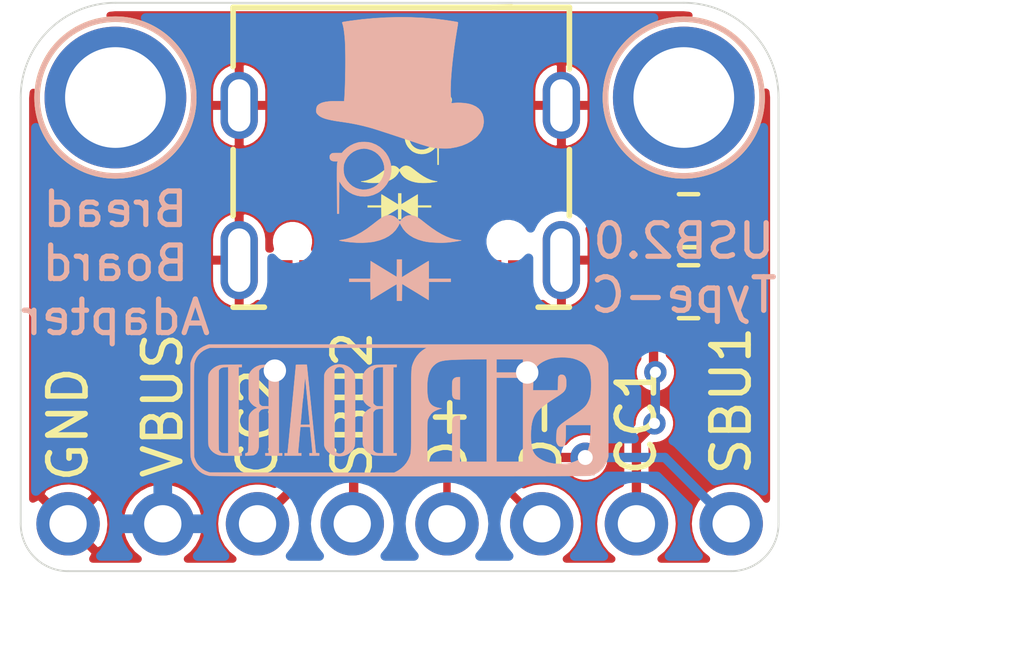
<source format=kicad_pcb>
(kicad_pcb (version 20171130) (host pcbnew "(5.1.2)-2")

  (general
    (thickness 1.6)
    (drawings 20)
    (tracks 68)
    (zones 0)
    (modules 9)
    (nets 9)
  )

  (page User 132.004 102.006)
  (title_block
    (title "USB Type C (USB2.0) Breakout")
    (date 2019-10-26)
    (rev 1)
    (company SirBoard)
    (comment 1 "USB C (USB2.0)")
    (comment 2 "DIP 2.54mm")
  )

  (layers
    (0 F.Cu signal)
    (31 B.Cu signal)
    (32 B.Adhes user hide)
    (33 F.Adhes user hide)
    (34 B.Paste user hide)
    (35 F.Paste user hide)
    (36 B.SilkS user)
    (37 F.SilkS user)
    (38 B.Mask user hide)
    (39 F.Mask user hide)
    (40 Dwgs.User user)
    (41 Cmts.User user hide)
    (42 Eco1.User user hide)
    (43 Eco2.User user hide)
    (44 Edge.Cuts user)
    (45 Margin user hide)
    (46 B.CrtYd user hide)
    (47 F.CrtYd user hide)
    (48 B.Fab user hide)
    (49 F.Fab user hide)
  )

  (setup
    (last_trace_width 0.127)
    (user_trace_width 0.2)
    (user_trace_width 0.25)
    (user_trace_width 0.3)
    (user_trace_width 0.4)
    (user_trace_width 0.45)
    (user_trace_width 0.5)
    (user_trace_width 0.6)
    (user_trace_width 0.7)
    (user_trace_width 0.8)
    (user_trace_width 0.9)
    (user_trace_width 1)
    (trace_clearance 0.127)
    (zone_clearance 0.2)
    (zone_45_only no)
    (trace_min 0.127)
    (via_size 0.6)
    (via_drill 0.3)
    (via_min_size 0.6)
    (via_min_drill 0.3)
    (user_via 0.8 0.4)
    (user_via 1 0.6)
    (uvia_size 0.4)
    (uvia_drill 0.2)
    (uvias_allowed no)
    (uvia_min_size 0.4)
    (uvia_min_drill 0.1)
    (edge_width 0.05)
    (segment_width 0.2)
    (pcb_text_width 0.3)
    (pcb_text_size 1.5 1.5)
    (mod_edge_width 0.12)
    (mod_text_size 1 1)
    (mod_text_width 0.15)
    (pad_size 1.7 1.7)
    (pad_drill 1)
    (pad_to_mask_clearance 0)
    (solder_mask_min_width 0.1)
    (aux_axis_origin 0 0)
    (visible_elements 7FFFFFFF)
    (pcbplotparams
      (layerselection 0x010fc_ffffffff)
      (usegerberextensions false)
      (usegerberattributes false)
      (usegerberadvancedattributes false)
      (creategerberjobfile false)
      (excludeedgelayer true)
      (linewidth 0.100000)
      (plotframeref false)
      (viasonmask false)
      (mode 1)
      (useauxorigin false)
      (hpglpennumber 1)
      (hpglpenspeed 20)
      (hpglpendiameter 15.000000)
      (psnegative false)
      (psa4output false)
      (plotreference true)
      (plotvalue true)
      (plotinvisibletext false)
      (padsonsilk false)
      (subtractmaskfromsilk false)
      (outputformat 1)
      (mirror false)
      (drillshape 1)
      (scaleselection 1)
      (outputdirectory ""))
  )

  (net 0 "")
  (net 1 GND)
  (net 2 /CC2)
  (net 3 /SBU2)
  (net 4 /D+)
  (net 5 /D-)
  (net 6 /CC1)
  (net 7 /SBU1)
  (net 8 /VBUS)

  (net_class Default "This is the default net class."
    (clearance 0.127)
    (trace_width 0.127)
    (via_dia 0.6)
    (via_drill 0.3)
    (uvia_dia 0.4)
    (uvia_drill 0.2)
    (add_net /CC1)
    (add_net /CC2)
    (add_net /D+)
    (add_net /D-)
    (add_net /SBU1)
    (add_net /SBU2)
    (add_net /VBUS)
    (add_net GND)
  )

  (module SirBoardLibrary:USB_C (layer F.Cu) (tedit 5E925495) (tstamp 5E382709)
    (at 68.8908 37.1434 180)
    (descr "U.FL-R-SMT(01)")
    (tags Connector)
    (path /5DB44CE9)
    (solder_paste_margin -0.03)
    (attr smd)
    (fp_text reference J1 (at 3.3135 6.9174) (layer F.SilkS) hide
      (effects (font (size 1.27 1.27) (thickness 0.254)))
    )
    (fp_text value USB_C_Receptacle_USB2.0 (at 3.3135 9.7881) (layer F.Fab) hide
      (effects (font (size 1.27 1.27) (thickness 0.254)))
    )
    (fp_line (start -1.7018 8.1534) (end -1.7018 -0.2286) (layer F.CrtYd) (width 0.12))
    (fp_line (start 8.2042 8.1788) (end -1.7018 8.1534) (layer F.CrtYd) (width 0.12))
    (fp_line (start 8.2042 -0.254) (end 8.2042 8.1788) (layer F.CrtYd) (width 0.12))
    (fp_line (start -1.7018 -0.2286) (end 8.2042 -0.254) (layer F.CrtYd) (width 0.12))
    (fp_line (start 6.858 0.0254) (end 7.6962 0.0254) (layer F.SilkS) (width 0.15))
    (fp_line (start -1.3208 0.0254) (end -0.4826 0.0254) (layer F.SilkS) (width 0.15))
    (fp_line (start 7.6962 6.477) (end 7.6962 8.0645) (layer F.SilkS) (width 0.15))
    (fp_line (start 7.6962 8.0645) (end -1.3208 8.0645) (layer F.SilkS) (width 0.15))
    (fp_line (start -1.3208 8.0645) (end -1.3208 6.4135) (layer F.SilkS) (width 0.15))
    (fp_line (start 0.2286 8.0772) (end 0.7366 8.0645) (layer F.SilkS) (width 0.15))
    (fp_line (start -1.3208 4.2545) (end -1.3208 2.4765) (layer F.SilkS) (width 0.15))
    (fp_line (start 7.6962 2.4765) (end 7.6962 4.2545) (layer F.SilkS) (width 0.15))
    (pad B4 smd rect (at 5.4558 0.5866 180) (size 0.31 1.4) (layers F.Cu F.Paste F.Mask)
      (net 8 /VBUS))
    (pad B1 smd rect (at 6.2585 0.5866 180) (size 0.31 1.4) (layers F.Cu F.Paste F.Mask)
      (net 1 GND))
    (pad B9 smd rect (at 0.9685 0.5842 180) (size 0.31 1.4) (layers F.Cu F.Paste F.Mask)
      (net 8 /VBUS))
    (pad B12 smd rect (at 0.1685 0.5842 180) (size 0.31 1.4) (layers F.Cu F.Paste F.Mask)
      (net 1 GND))
    (pad A1 smd rect (at -0.1415 0.5866 180) (size 0.31 1.4) (layers F.Cu F.Paste F.Mask)
      (net 1 GND))
    (pad A12 smd rect (at 6.5685 0.5866 180) (size 0.31 1.4) (layers F.Cu F.Paste F.Mask)
      (net 1 GND))
    (pad "" np_thru_hole circle (at 0.3235 1.7866 180) (size 0.65 0.65) (drill oval 0.65) (layers *.Cu *.Mask))
    (pad "" np_thru_hole circle (at 6.1035 1.7866 180) (size 0.65 0.65) (drill oval 0.65) (layers *.Cu *.Mask))
    (pad S1 thru_hole oval (at -1.1065 5.4366 180) (size 1 1.8) (drill oval 0.6 1.4) (layers *.Cu *.Mask)
      (net 1 GND))
    (pad S1 thru_hole oval (at 7.5335 5.4366 180) (size 1 1.8) (drill oval 0.6 1.4) (layers *.Cu *.Mask)
      (net 1 GND))
    (pad S1 thru_hole oval (at 7.5335 1.2866 180) (size 1 2.1) (drill oval 0.6 1.7) (layers *.Cu *.Mask)
      (net 1 GND))
    (pad S1 thru_hole oval (at -1.1065 1.2866 180) (size 1 2.1) (drill oval 0.6 1.7) (layers *.Cu *.Mask)
      (net 1 GND))
    (pad B5 smd rect (at 4.9635 0.5866 180) (size 0.32 1.4) (layers F.Cu F.Paste F.Mask)
      (net 2 /CC2))
    (pad A8 smd rect (at 4.4635 0.5866 180) (size 0.32 1.4) (layers F.Cu F.Paste F.Mask)
      (net 7 /SBU1))
    (pad B6 smd rect (at 3.9635 0.5866 180) (size 0.32 1.4) (layers F.Cu F.Paste F.Mask)
      (net 4 /D+))
    (pad A7 smd rect (at 3.4635 0.5866 180) (size 0.32 1.4) (layers F.Cu F.Paste F.Mask)
      (net 5 /D-))
    (pad A6 smd rect (at 2.9635 0.5866 180) (size 0.32 1.4) (layers F.Cu F.Paste F.Mask)
      (net 4 /D+))
    (pad B7 smd rect (at 2.4635 0.5866 180) (size 0.32 1.4) (layers F.Cu F.Paste F.Mask)
      (net 5 /D-))
    (pad A5 smd rect (at 1.9635 0.5866 180) (size 0.32 1.4) (layers F.Cu F.Paste F.Mask)
      (net 6 /CC1))
    (pad B8 smd rect (at 1.4635 0.5866 180) (size 0.32 1.4) (layers F.Cu F.Paste F.Mask)
      (net 3 /SBU2))
    (pad A9 smd rect (at 5.7685 0.5866 180) (size 0.31 1.4) (layers F.Cu F.Paste F.Mask)
      (net 8 /VBUS))
    (pad A4 smd rect (at 0.6585 0.5866 180) (size 0.31 1.4) (layers F.Cu F.Paste F.Mask)
      (net 8 /VBUS))
    (model "${KISYS3DMOD}/USB Type C Port (SMD Type).STEP"
      (offset (xyz 3.22 -1 1.65))
      (scale (xyz 1 1 1))
      (rotate (xyz 0 180 180))
    )
  )

  (module Resistor_SMD:R_0805_2012Metric (layer F.Cu) (tedit 5B36C52B) (tstamp 5DB4065F)
    (at 73.406 34.798 180)
    (descr "Resistor SMD 0805 (2012 Metric), square (rectangular) end terminal, IPC_7351 nominal, (Body size source: https://docs.google.com/spreadsheets/d/1BsfQQcO9C6DZCsRaXUlFlo91Tg2WpOkGARC1WS5S8t0/edit?usp=sharing), generated with kicad-footprint-generator")
    (tags resistor)
    (path /5DB48781)
    (attr smd)
    (fp_text reference R2 (at 0 0 90) (layer F.SilkS) hide
      (effects (font (size 1 1) (thickness 0.15)))
    )
    (fp_text value 5K1 (at 0 1.65) (layer F.Fab)
      (effects (font (size 1 1) (thickness 0.15)))
    )
    (fp_text user %R (at 0 0) (layer F.Fab)
      (effects (font (size 0.5 0.5) (thickness 0.08)))
    )
    (fp_line (start 1.68 0.95) (end -1.68 0.95) (layer F.CrtYd) (width 0.05))
    (fp_line (start 1.68 -0.95) (end 1.68 0.95) (layer F.CrtYd) (width 0.05))
    (fp_line (start -1.68 -0.95) (end 1.68 -0.95) (layer F.CrtYd) (width 0.05))
    (fp_line (start -1.68 0.95) (end -1.68 -0.95) (layer F.CrtYd) (width 0.05))
    (fp_line (start -0.258578 0.71) (end 0.258578 0.71) (layer F.SilkS) (width 0.12))
    (fp_line (start -0.258578 -0.71) (end 0.258578 -0.71) (layer F.SilkS) (width 0.12))
    (fp_line (start 1 0.6) (end -1 0.6) (layer F.Fab) (width 0.1))
    (fp_line (start 1 -0.6) (end 1 0.6) (layer F.Fab) (width 0.1))
    (fp_line (start -1 -0.6) (end 1 -0.6) (layer F.Fab) (width 0.1))
    (fp_line (start -1 0.6) (end -1 -0.6) (layer F.Fab) (width 0.1))
    (pad 2 smd roundrect (at 0.9375 0 180) (size 0.975 1.4) (layers F.Cu F.Paste F.Mask) (roundrect_rratio 0.25)
      (net 2 /CC2))
    (pad 1 smd roundrect (at -0.9375 0 180) (size 0.975 1.4) (layers F.Cu F.Paste F.Mask) (roundrect_rratio 0.25)
      (net 1 GND))
    (model ${KISYS3DMOD}/Resistor_SMD.3dshapes/R_0805_2012Metric.wrl
      (at (xyz 0 0 0))
      (scale (xyz 1 1 1))
      (rotate (xyz 0 0 0))
    )
  )

  (module Resistor_SMD:R_0805_2012Metric (layer F.Cu) (tedit 5B36C52B) (tstamp 5DB4064E)
    (at 73.406 36.703 180)
    (descr "Resistor SMD 0805 (2012 Metric), square (rectangular) end terminal, IPC_7351 nominal, (Body size source: https://docs.google.com/spreadsheets/d/1BsfQQcO9C6DZCsRaXUlFlo91Tg2WpOkGARC1WS5S8t0/edit?usp=sharing), generated with kicad-footprint-generator")
    (tags resistor)
    (path /5DB47AD6)
    (attr smd)
    (fp_text reference R1 (at 0 0 90) (layer F.SilkS) hide
      (effects (font (size 1 1) (thickness 0.15)))
    )
    (fp_text value 5K1 (at 0 1.65) (layer F.Fab)
      (effects (font (size 1 1) (thickness 0.15)))
    )
    (fp_text user %R (at 0 0) (layer F.Fab)
      (effects (font (size 0.5 0.5) (thickness 0.08)))
    )
    (fp_line (start 1.68 0.95) (end -1.68 0.95) (layer F.CrtYd) (width 0.05))
    (fp_line (start 1.68 -0.95) (end 1.68 0.95) (layer F.CrtYd) (width 0.05))
    (fp_line (start -1.68 -0.95) (end 1.68 -0.95) (layer F.CrtYd) (width 0.05))
    (fp_line (start -1.68 0.95) (end -1.68 -0.95) (layer F.CrtYd) (width 0.05))
    (fp_line (start -0.258578 0.71) (end 0.258578 0.71) (layer F.SilkS) (width 0.12))
    (fp_line (start -0.258578 -0.71) (end 0.258578 -0.71) (layer F.SilkS) (width 0.12))
    (fp_line (start 1 0.6) (end -1 0.6) (layer F.Fab) (width 0.1))
    (fp_line (start 1 -0.6) (end 1 0.6) (layer F.Fab) (width 0.1))
    (fp_line (start -1 -0.6) (end 1 -0.6) (layer F.Fab) (width 0.1))
    (fp_line (start -1 0.6) (end -1 -0.6) (layer F.Fab) (width 0.1))
    (pad 2 smd roundrect (at 0.9375 0 180) (size 0.975 1.4) (layers F.Cu F.Paste F.Mask) (roundrect_rratio 0.25)
      (net 6 /CC1))
    (pad 1 smd roundrect (at -0.9375 0 180) (size 0.975 1.4) (layers F.Cu F.Paste F.Mask) (roundrect_rratio 0.25)
      (net 1 GND))
    (model ${KISYS3DMOD}/Resistor_SMD.3dshapes/R_0805_2012Metric.wrl
      (at (xyz 0 0 0))
      (scale (xyz 1 1 1))
      (rotate (xyz 0 0 0))
    )
  )

  (module logo:logo76x107 (layer B.Cu) (tedit 0) (tstamp 5DB42761)
    (at 65.659 33.147 180)
    (fp_text reference G*** (at 0 0) (layer B.SilkS) hide
      (effects (font (size 1.524 1.524) (thickness 0.3)) (justify mirror))
    )
    (fp_text value LOGO (at 0.75 0) (layer B.SilkS) hide
      (effects (font (size 1.524 1.524) (thickness 0.3)) (justify mirror))
    )
    (fp_poly (pts (xy 0.353529 3.795674) (xy 0.686167 3.776491) (xy 1.01463 3.746149) (xy 1.335416 3.704682)
      (xy 1.38684 3.696855) (xy 1.446671 3.687633) (xy 1.489124 3.680721) (xy 1.516824 3.674862)
      (xy 1.532399 3.668798) (xy 1.538473 3.661273) (xy 1.537673 3.65103) (xy 1.532624 3.636813)
      (xy 1.529582 3.628546) (xy 1.513248 3.570497) (xy 1.498238 3.493021) (xy 1.484683 3.396975)
      (xy 1.472714 3.283216) (xy 1.467621 3.223207) (xy 1.462143 3.136383) (xy 1.457897 3.03208)
      (xy 1.454864 2.913104) (xy 1.453024 2.782257) (xy 1.452356 2.642343) (xy 1.452841 2.496165)
      (xy 1.454457 2.346527) (xy 1.457185 2.196232) (xy 1.461005 2.048085) (xy 1.465895 1.904887)
      (xy 1.471837 1.769444) (xy 1.478809 1.644558) (xy 1.479045 1.64084) (xy 1.484854 1.5494)
      (xy 1.667528 1.552771) (xy 1.793636 1.552331) (xy 1.90153 1.545905) (xy 1.992462 1.533341)
      (xy 2.067681 1.514487) (xy 2.107187 1.499479) (xy 2.163292 1.469247) (xy 2.20155 1.43435)
      (xy 2.224407 1.391122) (xy 2.234313 1.335902) (xy 2.2352 1.307894) (xy 2.234112 1.270466)
      (xy 2.229052 1.245099) (xy 2.21732 1.223574) (xy 2.200745 1.202926) (xy 2.166352 1.16926)
      (xy 2.123048 1.139115) (xy 2.069239 1.111986) (xy 2.003334 1.087367) (xy 1.923741 1.064753)
      (xy 1.828867 1.043637) (xy 1.71712 1.023516) (xy 1.586909 1.003883) (xy 1.56355 1.000657)
      (xy 1.361763 0.97011) (xy 1.171283 0.934691) (xy 0.983323 0.892561) (xy 0.789098 0.841878)
      (xy 0.74168 0.828552) (xy 0.707035 0.818203) (xy 0.655287 0.802068) (xy 0.588588 0.780852)
      (xy 0.509088 0.75526) (xy 0.418941 0.725999) (xy 0.320297 0.693774) (xy 0.215308 0.659291)
      (xy 0.106126 0.623255) (xy -0.005097 0.586373) (xy -0.116211 0.549349) (xy -0.225062 0.51289)
      (xy -0.3295 0.477701) (xy -0.373377 0.462844) (xy -0.47563 0.428345) (xy -0.561481 0.399875)
      (xy -0.633674 0.376652) (xy -0.694952 0.357895) (xy -0.748058 0.342821) (xy -0.795735 0.33065)
      (xy -0.840727 0.3206) (xy -0.885777 0.31189) (xy -0.92964 0.304386) (xy -0.992197 0.296351)
      (xy -1.065584 0.29037) (xy -1.143829 0.286622) (xy -1.22096 0.285286) (xy -1.291005 0.286541)
      (xy -1.347991 0.290566) (xy -1.35636 0.291593) (xy -1.522634 0.321238) (xy -1.673359 0.363764)
      (xy -1.808797 0.419292) (xy -1.929208 0.487937) (xy -2.034855 0.569818) (xy -2.087425 0.621241)
      (xy -2.155953 0.703754) (xy -2.205571 0.786568) (xy -2.237519 0.872603) (xy -2.253036 0.964781)
      (xy -2.255024 1.016) (xy -2.246587 1.117307) (xy -2.221311 1.207253) (xy -2.179247 1.285775)
      (xy -2.120445 1.352808) (xy -2.044958 1.408289) (xy -1.952836 1.452154) (xy -1.889688 1.472845)
      (xy -1.818299 1.488566) (xy -1.733982 1.500155) (xy -1.64382 1.507027) (xy -1.554894 1.508594)
      (xy -1.49178 1.505821) (xy -1.393519 1.498226) (xy -1.387686 1.527392) (xy -1.375961 1.607505)
      (xy -1.368896 1.706139) (xy -1.366392 1.822061) (xy -1.368351 1.954037) (xy -1.374674 2.100833)
      (xy -1.385263 2.261216) (xy -1.40002 2.433952) (xy -1.418844 2.617807) (xy -1.441639 2.811548)
      (xy -1.468305 3.01394) (xy -1.498744 3.223751) (xy -1.532856 3.439747) (xy -1.547567 3.527947)
      (xy -1.556794 3.583765) (xy -1.56248 3.622732) (xy -1.56479 3.647979) (xy -1.56389 3.662633)
      (xy -1.559946 3.669823) (xy -1.555221 3.672162) (xy -1.535494 3.676511) (xy -1.499411 3.683175)
      (xy -1.450721 3.69153) (xy -1.393175 3.700953) (xy -1.330522 3.710819) (xy -1.266512 3.720506)
      (xy -1.24968 3.722981) (xy -0.948712 3.760116) (xy -0.634404 3.785919) (xy -0.310259 3.800422)
      (xy 0.02022 3.803663) (xy 0.353529 3.795674)) (layer B.SilkS) (width 0.01))
    (fp_poly (pts (xy 1.017771 0.45745) (xy 1.091968 0.449206) (xy 1.120841 0.443359) (xy 1.221579 0.410454)
      (xy 1.320081 0.362037) (xy 1.410982 0.301321) (xy 1.488921 0.231514) (xy 1.505882 0.212868)
      (xy 1.5494 0.16279) (xy 1.678779 0.162675) (xy 1.732162 0.162487) (xy 1.769366 0.161526)
      (xy 1.794532 0.159037) (xy 1.811802 0.154259) (xy 1.825316 0.146436) (xy 1.839216 0.134809)
      (xy 1.841339 0.132914) (xy 1.861937 0.111686) (xy 1.871704 0.090596) (xy 1.874469 0.060385)
      (xy 1.87452 0.052701) (xy 1.868222 0.008071) (xy 1.848446 -0.024667) (xy 1.813866 -0.046434)
      (xy 1.763156 -0.058149) (xy 1.710908 -0.060903) (xy 1.659056 -0.06096) (xy 1.671182 -0.10922)
      (xy 1.673793 -0.125489) (xy 1.675943 -0.152405) (xy 1.677643 -0.191102) (xy 1.678907 -0.242716)
      (xy 1.679745 -0.308385) (xy 1.68017 -0.389243) (xy 1.680193 -0.486427) (xy 1.679828 -0.601073)
      (xy 1.679084 -0.734318) (xy 1.67856 -0.81026) (xy 1.673813 -1.46304) (xy 1.625815 -1.46304)
      (xy 1.623167 -1.02362) (xy 1.62052 -0.5842) (xy 1.588451 -0.64008) (xy 1.521783 -0.736858)
      (xy 1.442233 -0.819438) (xy 1.351916 -0.887329) (xy 1.25295 -0.940039) (xy 1.147452 -0.977078)
      (xy 1.037537 -0.997956) (xy 0.925323 -1.002181) (xy 0.812926 -0.989263) (xy 0.702465 -0.958711)
      (xy 0.596054 -0.910034) (xy 0.54864 -0.881151) (xy 0.521713 -0.860686) (xy 0.486414 -0.83022)
      (xy 0.448232 -0.794612) (xy 0.425959 -0.772533) (xy 0.350299 -0.68132) (xy 0.291689 -0.579708)
      (xy 0.250757 -0.469268) (xy 0.228131 -0.351565) (xy 0.224489 -0.284454) (xy 0.406219 -0.284454)
      (xy 0.416399 -0.378863) (xy 0.44344 -0.471968) (xy 0.488038 -0.561698) (xy 0.543813 -0.637919)
      (xy 0.61423 -0.704537) (xy 0.696991 -0.757168) (xy 0.788741 -0.794725) (xy 0.886123 -0.81612)
      (xy 0.985782 -0.820267) (xy 1.07188 -0.808966) (xy 1.171656 -0.777206) (xy 1.261805 -0.728211)
      (xy 1.340772 -0.663393) (xy 1.407008 -0.584162) (xy 1.458959 -0.491931) (xy 1.480441 -0.437467)
      (xy 1.495362 -0.375079) (xy 1.502979 -0.301982) (xy 1.503109 -0.226372) (xy 1.495571 -0.156439)
      (xy 1.48747 -0.121224) (xy 1.448875 -0.024705) (xy 1.39371 0.061975) (xy 1.324097 0.136863)
      (xy 1.242156 0.198003) (xy 1.150008 0.243442) (xy 1.064688 0.268374) (xy 1.009348 0.2786)
      (xy 0.965208 0.283096) (xy 0.923982 0.281897) (xy 0.877384 0.275038) (xy 0.84836 0.269261)
      (xy 0.748676 0.23897) (xy 0.660293 0.193417) (xy 0.583905 0.134671) (xy 0.520206 0.064805)
      (xy 0.469894 -0.014112) (xy 0.433661 -0.100007) (xy 0.412204 -0.190812) (xy 0.406219 -0.284454)
      (xy 0.224489 -0.284454) (xy 0.22352 -0.266607) (xy 0.233335 -0.150264) (xy 0.261791 -0.03859)
      (xy 0.307405 0.066555) (xy 0.368693 0.163312) (xy 0.444171 0.24982) (xy 0.532356 0.324221)
      (xy 0.631763 0.384653) (xy 0.74091 0.429257) (xy 0.789494 0.442871) (xy 0.857896 0.45427)
      (xy 0.936868 0.459134) (xy 1.017771 0.45745)) (layer B.SilkS) (width 0.01))
    (fp_poly (pts (xy 0.333199 -1.51181) (xy 0.379185 -1.524178) (xy 0.408407 -1.534791) (xy 0.439817 -1.549772)
      (xy 0.475568 -1.570561) (xy 0.517811 -1.598595) (xy 0.568697 -1.635315) (xy 0.630377 -1.682159)
      (xy 0.705004 -1.740567) (xy 0.717751 -1.750655) (xy 0.874617 -1.867749) (xy 1.025821 -1.965998)
      (xy 1.17119 -2.045315) (xy 1.310553 -2.105614) (xy 1.443739 -2.146809) (xy 1.543424 -2.165649)
      (xy 1.581034 -2.17097) (xy 1.605596 -2.175634) (xy 1.616067 -2.180123) (xy 1.611399 -2.184918)
      (xy 1.590547 -2.190501) (xy 1.552466 -2.197353) (xy 1.49611 -2.205955) (xy 1.43764 -2.214354)
      (xy 1.289097 -2.231275) (xy 1.140043 -2.240388) (xy 0.994723 -2.241718) (xy 0.857385 -2.235287)
      (xy 0.732274 -2.221119) (xy 0.670344 -2.210064) (xy 0.528801 -2.173091) (xy 0.40126 -2.12367)
      (xy 0.288424 -2.062267) (xy 0.190996 -1.98935) (xy 0.109676 -1.905386) (xy 0.045168 -1.810841)
      (xy 0.031455 -1.785021) (xy -0.006007 -1.710452) (xy -0.033613 -1.767086) (xy -0.094798 -1.869827)
      (xy -0.172193 -1.960456) (xy -0.265594 -2.038838) (xy -0.374796 -2.104839) (xy -0.499597 -2.158323)
      (xy -0.63979 -2.199158) (xy -0.712328 -2.214195) (xy -0.785239 -2.224711) (xy -0.872699 -2.232829)
      (xy -0.969055 -2.238339) (xy -1.068654 -2.24103) (xy -1.165843 -2.240692) (xy -1.254968 -2.237116)
      (xy -1.28016 -2.23531) (xy -1.317721 -2.231617) (xy -1.365172 -2.225974) (xy -1.4187 -2.218948)
      (xy -1.474492 -2.211106) (xy -1.528736 -2.203014) (xy -1.577619 -2.19524) (xy -1.617329 -2.18835)
      (xy -1.644051 -2.182911) (xy -1.653804 -2.179768) (xy -1.64605 -2.17749) (xy -1.623024 -2.17407)
      (xy -1.589689 -2.170244) (xy -1.589248 -2.170198) (xy -1.477563 -2.152355) (xy -1.363707 -2.12114)
      (xy -1.246404 -2.075905) (xy -1.124382 -2.015999) (xy -0.996364 -1.940773) (xy -0.861077 -1.849576)
      (xy -0.717246 -1.741758) (xy -0.6604 -1.696549) (xy -0.595133 -1.644807) (xy -0.541651 -1.604798)
      (xy -0.496765 -1.574518) (xy -0.457289 -1.551964) (xy -0.420035 -1.535129) (xy -0.383792 -1.522607)
      (xy -0.304253 -1.507993) (xy -0.228482 -1.513216) (xy -0.157471 -1.537986) (xy -0.092213 -1.582011)
      (xy -0.054733 -1.61924) (xy -0.007947 -1.672305) (xy 0.054446 -1.609963) (xy 0.100279 -1.568508)
      (xy 0.14271 -1.540424) (xy 0.175641 -1.52565) (xy 0.22975 -1.5095) (xy 0.279715 -1.504905)
      (xy 0.333199 -1.51181)) (layer B.SilkS) (width 0.01))
    (fp_poly (pts (xy 0.07112 -2.926926) (xy 0.071452 -2.993275) (xy 0.072386 -3.052053) (xy 0.073824 -3.100485)
      (xy 0.075669 -3.135793) (xy 0.077824 -3.1552) (xy 0.079204 -3.158066) (xy 0.089999 -3.151958)
      (xy 0.11536 -3.136911) (xy 0.15252 -3.114591) (xy 0.19871 -3.086659) (xy 0.251161 -3.054781)
      (xy 0.259544 -3.049672) (xy 0.329095 -3.007274) (xy 0.408425 -2.958912) (xy 0.489964 -2.909202)
      (xy 0.566143 -2.862759) (xy 0.60452 -2.839362) (xy 0.77724 -2.734058) (xy 0.779963 -2.972309)
      (xy 0.782687 -3.21056) (xy 1.35128 -3.21056) (xy 1.35128 -3.29184) (xy 0.782681 -3.29184)
      (xy 0.77996 -3.534586) (xy 0.77724 -3.777333) (xy 0.608664 -3.674286) (xy 0.541848 -3.63344)
      (xy 0.464773 -3.586316) (xy 0.384511 -3.537239) (xy 0.308138 -3.490536) (xy 0.26151 -3.46202)
      (xy 0.207583 -3.429205) (xy 0.159614 -3.400334) (xy 0.120266 -3.376985) (xy 0.092202 -3.360733)
      (xy 0.078083 -3.353155) (xy 0.077026 -3.3528) (xy 0.07531 -3.362476) (xy 0.07379 -3.389572)
      (xy 0.072543 -3.431188) (xy 0.071645 -3.484424) (xy 0.071173 -3.54638) (xy 0.07112 -3.57632)
      (xy 0.07112 -3.79984) (xy -0.060579 -3.79984) (xy -0.06331 -3.571375) (xy -0.06604 -3.34291)
      (xy -0.168828 -3.407208) (xy -0.210277 -3.432974) (xy -0.246249 -3.455032) (xy -0.272779 -3.470972)
      (xy -0.285668 -3.478271) (xy -0.297746 -3.485198) (xy -0.324745 -3.501336) (xy -0.364285 -3.525239)
      (xy -0.413985 -3.555464) (xy -0.471462 -3.590566) (xy -0.534337 -3.629101) (xy -0.53848 -3.631645)
      (xy -0.77724 -3.778255) (xy -0.779961 -3.535047) (xy -0.782682 -3.29184) (xy -1.3716 -3.29184)
      (xy -1.3716 -3.21056) (xy -0.78232 -3.21056) (xy -0.78232 -2.9718) (xy -0.782153 -2.904582)
      (xy -0.781682 -2.844686) (xy -0.780958 -2.794918) (xy -0.780027 -2.758082) (xy -0.778939 -2.736986)
      (xy -0.778192 -2.73304) (xy -0.768514 -2.738063) (xy -0.744799 -2.751851) (xy -0.710288 -2.772478)
      (xy -0.668226 -2.798019) (xy -0.653732 -2.806897) (xy -0.600338 -2.839613) (xy -0.5365 -2.878641)
      (xy -0.469146 -2.91975) (xy -0.405204 -2.95871) (xy -0.38608 -2.970344) (xy -0.328603 -3.005343)
      (xy -0.269096 -3.041653) (xy -0.213179 -3.075843) (xy -0.166471 -3.104479) (xy -0.14986 -3.114695)
      (xy -0.06096 -3.169456) (xy -0.06096 -2.6924) (xy 0.07112 -2.6924) (xy 0.07112 -2.926926)) (layer B.SilkS) (width 0.01))
  )

  (module SirBoardLibrary:MountingHole_M2.5_SirBoard (layer F.Cu) (tedit 5DE563BC) (tstamp 5E3826E3)
    (at 58.039 31.496)
    (descr "Mounting Hole 2.7mm, M2.5, ISO14580")
    (tags "mounting hole 2.7mm m2.5 iso14580")
    (path /5E3F3E24)
    (attr virtual)
    (fp_text reference H2 (at 0 -3.25) (layer F.SilkS) hide
      (effects (font (size 1 1) (thickness 0.15)))
    )
    (fp_text value MountingHole (at 0 3.25) (layer F.Fab)
      (effects (font (size 1 1) (thickness 0.15)))
    )
    (fp_circle (center 0 0) (end 2.1 0) (layer B.SilkS) (width 0.15))
    (fp_text user %R (at 0.3 0) (layer F.Fab)
      (effects (font (size 1 1) (thickness 0.15)))
    )
    (fp_circle (center 0 0) (end 2.1 0) (layer F.SilkS) (width 0.15))
    (fp_circle (center 0 0) (end 2.2 0) (layer F.CrtYd) (width 0.05))
    (pad 1 thru_hole circle (at 0 0) (size 3.8 3.8) (drill 2.7) (layers *.Cu *.Mask))
  )

  (module SirBoardLibrary:MountingHole_M2.5_SirBoard (layer F.Cu) (tedit 5DE563BC) (tstamp 5E3826DA)
    (at 73.279 31.496)
    (descr "Mounting Hole 2.7mm, M2.5, ISO14580")
    (tags "mounting hole 2.7mm m2.5 iso14580")
    (path /5DB38589)
    (attr virtual)
    (fp_text reference H1 (at 0 -3.25) (layer F.SilkS) hide
      (effects (font (size 1 1) (thickness 0.15)))
    )
    (fp_text value MountingHole (at 0 3.25) (layer F.Fab)
      (effects (font (size 1 1) (thickness 0.15)))
    )
    (fp_circle (center 0 0) (end 2.1 0) (layer B.SilkS) (width 0.15))
    (fp_text user %R (at 0.3 0) (layer F.Fab)
      (effects (font (size 1 1) (thickness 0.15)))
    )
    (fp_circle (center 0 0) (end 2.1 0) (layer F.SilkS) (width 0.15))
    (fp_circle (center 0 0) (end 2.2 0) (layer F.CrtYd) (width 0.05))
    (pad 1 thru_hole circle (at 0 0) (size 3.8 3.8) (drill 2.7) (layers *.Cu *.Mask))
  )

  (module logo:SirBoard112x35 (layer B.Cu) (tedit 0) (tstamp 5DB42513)
    (at 65.659 39.878 180)
    (fp_text reference G*** (at 0 0) (layer B.SilkS) hide
      (effects (font (size 1.524 1.524) (thickness 0.3)) (justify mirror))
    )
    (fp_text value LOGO (at 0.75 0) (layer B.SilkS) hide
      (effects (font (size 1.524 1.524) (thickness 0.3)) (justify mirror))
    )
    (fp_poly (pts (xy -1.525562 0.880297) (xy -1.481591 0.865137) (xy -1.447984 0.839985) (xy -1.424896 0.804933)
      (xy -1.418358 0.787232) (xy -1.414957 0.768138) (xy -1.412171 0.737274) (xy -1.410021 0.697373)
      (xy -1.40853 0.651164) (xy -1.407719 0.601382) (xy -1.40761 0.550757) (xy -1.408223 0.502022)
      (xy -1.409582 0.457909) (xy -1.411708 0.421149) (xy -1.414622 0.394475) (xy -1.415212 0.391062)
      (xy -1.426948 0.351789) (xy -1.446379 0.322478) (xy -1.474912 0.302106) (xy -1.513953 0.28965)
      (xy -1.5621 0.284216) (xy -1.618343 0.281492) (xy -1.618343 0.885371) (xy -1.579746 0.885371)
      (xy -1.525562 0.880297)) (layer B.SilkS) (width 0.01))
    (fp_poly (pts (xy 4.512129 1.217193) (xy 4.587168 1.216128) (xy 4.649164 1.215004) (xy 4.699587 1.213752)
      (xy 4.739908 1.2123) (xy 4.771597 1.21058) (xy 4.796124 1.20852) (xy 4.81496 1.20605)
      (xy 4.829577 1.2031) (xy 4.834539 1.201779) (xy 4.907443 1.174745) (xy 4.972611 1.138092)
      (xy 5.028665 1.093018) (xy 5.074225 1.040722) (xy 5.107913 0.982402) (xy 5.118723 0.954836)
      (xy 5.120497 0.948681) (xy 5.122089 0.94077) (xy 5.123511 0.930338) (xy 5.12477 0.916621)
      (xy 5.125877 0.898853) (xy 5.126842 0.876272) (xy 5.127673 0.848113) (xy 5.128381 0.813611)
      (xy 5.128976 0.772002) (xy 5.129467 0.722523) (xy 5.129863 0.664408) (xy 5.130174 0.596893)
      (xy 5.13041 0.519215) (xy 5.13058 0.430608) (xy 5.130695 0.33031) (xy 5.130763 0.217554)
      (xy 5.130795 0.091578) (xy 5.1308 -0.003785) (xy 5.130794 -0.138578) (xy 5.13077 -0.259633)
      (xy 5.130716 -0.367727) (xy 5.130621 -0.463635) (xy 5.130473 -0.548136) (xy 5.130261 -0.622005)
      (xy 5.129973 -0.686019) (xy 5.129599 -0.740955) (xy 5.129127 -0.787588) (xy 5.128546 -0.826696)
      (xy 5.127844 -0.859055) (xy 5.12701 -0.885442) (xy 5.126032 -0.906632) (xy 5.1249 -0.923404)
      (xy 5.123601 -0.936532) (xy 5.122125 -0.946794) (xy 5.120461 -0.954966) (xy 5.118596 -0.961825)
      (xy 5.116719 -0.96757) (xy 5.089587 -1.024997) (xy 5.050105 -1.078057) (xy 5.000177 -1.125126)
      (xy 4.941705 -1.164583) (xy 4.876593 -1.194805) (xy 4.834912 -1.207886) (xy 4.820998 -1.210891)
      (xy 4.803749 -1.213336) (xy 4.781662 -1.215274) (xy 4.753237 -1.216756) (xy 4.716973 -1.217836)
      (xy 4.671368 -1.218565) (xy 4.614922 -1.218997) (xy 4.546133 -1.219183) (xy 4.511081 -1.2192)
      (xy 4.230914 -1.2192) (xy 4.230914 -1.15507) (xy 4.593771 -1.15507) (xy 4.683838 -1.152664)
      (xy 4.72157 -1.151516) (xy 4.747917 -1.150017) (xy 4.766008 -1.147515) (xy 4.778967 -1.14336)
      (xy 4.789924 -1.136903) (xy 4.801003 -1.128304) (xy 4.820959 -1.108979) (xy 4.837889 -1.087374)
      (xy 4.841631 -1.081133) (xy 4.843481 -1.077291) (xy 4.845152 -1.072531) (xy 4.846651 -1.066144)
      (xy 4.847987 -1.05742) (xy 4.849167 -1.045649) (xy 4.850199 -1.030122) (xy 4.85109 -1.01013)
      (xy 4.851847 -0.984962) (xy 4.852479 -0.953911) (xy 4.852993 -0.916265) (xy 4.853397 -0.871316)
      (xy 4.853698 -0.818354) (xy 4.853904 -0.75667) (xy 4.854023 -0.685554) (xy 4.854062 -0.604296)
      (xy 4.854028 -0.512188) (xy 4.85393 -0.408519) (xy 4.853775 -0.292581) (xy 4.853571 -0.163664)
      (xy 4.853325 -0.021058) (xy 4.853281 0.003628) (xy 4.8514 1.063171) (xy 4.83086 1.09002)
      (xy 4.807114 1.114832) (xy 4.778037 1.132601) (xy 4.741103 1.144299) (xy 4.693784 1.1509)
      (xy 4.668735 1.152454) (xy 4.593771 1.155788) (xy 4.593771 -1.15507) (xy 4.230914 -1.15507)
      (xy 4.230914 -1.153886) (xy 4.318 -1.153886) (xy 4.318 1.153885) (xy 4.230914 1.153885)
      (xy 4.230914 1.220826) (xy 4.512129 1.217193)) (layer B.SilkS) (width 0.01))
    (fp_poly (pts (xy 3.430814 1.217193) (xy 3.505854 1.216128) (xy 3.56785 1.215004) (xy 3.618273 1.213752)
      (xy 3.658594 1.2123) (xy 3.690282 1.21058) (xy 3.71481 1.20852) (xy 3.733646 1.20605)
      (xy 3.748263 1.2031) (xy 3.753225 1.201779) (xy 3.826235 1.174716) (xy 3.891421 1.138058)
      (xy 3.947434 1.092982) (xy 3.992924 1.040666) (xy 4.026542 0.98229) (xy 4.037836 0.953162)
      (xy 4.040869 0.94273) (xy 4.043342 0.930607) (xy 4.045298 0.915361) (xy 4.046777 0.89556)
      (xy 4.047823 0.869772) (xy 4.048476 0.836565) (xy 4.048779 0.794506) (xy 4.048774 0.742164)
      (xy 4.048503 0.678106) (xy 4.048035 0.604819) (xy 4.045857 0.293914) (xy 4.022319 0.245805)
      (xy 3.993743 0.200382) (xy 3.954739 0.156779) (xy 3.909252 0.11882) (xy 3.862369 0.090864)
      (xy 3.839869 0.079511) (xy 3.823704 0.070078) (xy 3.817265 0.064553) (xy 3.817257 0.064458)
      (xy 3.823334 0.058891) (xy 3.838048 0.052233) (xy 3.838943 0.051917) (xy 3.874004 0.035129)
      (xy 3.912415 0.009319) (xy 3.949979 -0.022138) (xy 3.982501 -0.055863) (xy 3.998135 -0.0762)
      (xy 4.007455 -0.089691) (xy 4.015474 -0.101647) (xy 4.022299 -0.113219) (xy 4.028035 -0.125559)
      (xy 4.032789 -0.139817) (xy 4.036665 -0.157145) (xy 4.03977 -0.178693) (xy 4.042209 -0.205615)
      (xy 4.044088 -0.239059) (xy 4.045514 -0.280179) (xy 4.046591 -0.330124) (xy 4.047426 -0.390047)
      (xy 4.048124 -0.461098) (xy 4.048792 -0.544429) (xy 4.049486 -0.635) (xy 4.050242 -0.730678)
      (xy 4.050954 -0.812918) (xy 4.051699 -0.882797) (xy 4.052551 -0.94139) (xy 4.053585 -0.989774)
      (xy 4.054877 -1.029023) (xy 4.056502 -1.060216) (xy 4.058536 -1.084427) (xy 4.061053 -1.102733)
      (xy 4.06413 -1.11621) (xy 4.06784 -1.125934) (xy 4.072261 -1.13298) (xy 4.077466 -1.138426)
      (xy 4.083531 -1.143346) (xy 4.085142 -1.144584) (xy 4.101021 -1.151411) (xy 4.116614 -1.153655)
      (xy 4.128813 -1.1549) (xy 4.134651 -1.160871) (xy 4.136455 -1.17548) (xy 4.136571 -1.187224)
      (xy 4.136571 -1.220561) (xy 4.033157 -1.217579) (xy 3.989456 -1.215991) (xy 3.957234 -1.213861)
      (xy 3.933455 -1.21078) (xy 3.915084 -1.206339) (xy 3.899085 -1.200126) (xy 3.897086 -1.199197)
      (xy 3.855555 -1.173032) (xy 3.823431 -1.137693) (xy 3.800158 -1.092246) (xy 3.785182 -1.035754)
      (xy 3.780621 -1.002985) (xy 3.779409 -0.98421) (xy 3.778264 -0.952428) (xy 3.777207 -0.909147)
      (xy 3.776257 -0.855875) (xy 3.775435 -0.794121) (xy 3.774762 -0.725391) (xy 3.774259 -0.651194)
      (xy 3.773945 -0.573037) (xy 3.773843 -0.503978) (xy 3.773714 -0.068156) (xy 3.752766 -0.035124)
      (xy 3.731914 -0.008638) (xy 3.706346 0.0106) (xy 3.673594 0.023635) (xy 3.631192 0.031511)
      (xy 3.587421 0.034854) (xy 3.512457 0.038188) (xy 3.512457 -1.153886) (xy 3.599543 -1.153886)
      (xy 3.599543 -1.2192) (xy 3.1496 -1.2192) (xy 3.1496 -1.153886) (xy 3.236686 -1.153886)
      (xy 3.236686 0.100416) (xy 3.512457 0.100416) (xy 3.602524 0.102822) (xy 3.640256 0.10397)
      (xy 3.666603 0.105469) (xy 3.684693 0.107971) (xy 3.697653 0.112126) (xy 3.708609 0.118583)
      (xy 3.719689 0.127182) (xy 3.730675 0.135901) (xy 3.740076 0.143671) (xy 3.748009 0.15163)
      (xy 3.754592 0.160921) (xy 3.759945 0.172684) (xy 3.764185 0.18806) (xy 3.767431 0.20819)
      (xy 3.769802 0.234214) (xy 3.771415 0.267274) (xy 3.772389 0.30851) (xy 3.772843 0.359063)
      (xy 3.772895 0.420075) (xy 3.772664 0.492685) (xy 3.772267 0.578034) (xy 3.772019 0.631371)
      (xy 3.770086 1.063171) (xy 3.749546 1.09002) (xy 3.725799 1.114832) (xy 3.696723 1.132601)
      (xy 3.659789 1.144299) (xy 3.61247 1.1509) (xy 3.587421 1.152454) (xy 3.512457 1.155788)
      (xy 3.512457 0.100416) (xy 3.236686 0.100416) (xy 3.236686 1.153885) (xy 3.1496 1.153885)
      (xy 3.1496 1.220826) (xy 3.430814 1.217193)) (layer B.SilkS) (width 0.01))
    (fp_poly (pts (xy 2.577941 1.21992) (xy 2.616453 1.219519) (xy 2.656135 1.218798) (xy 2.694339 1.217805)
      (xy 2.728419 1.216587) (xy 2.755728 1.215192) (xy 2.773619 1.213666) (xy 2.779486 1.21218)
      (xy 2.780161 1.203823) (xy 2.782126 1.181953) (xy 2.785294 1.147507) (xy 2.789574 1.10142)
      (xy 2.794879 1.044627) (xy 2.801119 0.978066) (xy 2.808206 0.902672) (xy 2.81605 0.81938)
      (xy 2.824563 0.729128) (xy 2.833655 0.63285) (xy 2.843239 0.531482) (xy 2.853226 0.425961)
      (xy 2.863525 0.317222) (xy 2.874049 0.206202) (xy 2.884709 0.093835) (xy 2.895416 -0.018941)
      (xy 2.906081 -0.131191) (xy 2.916615 -0.241979) (xy 2.926929 -0.35037) (xy 2.936935 -0.455426)
      (xy 2.946543 -0.556213) (xy 2.955665 -0.651794) (xy 2.964212 -0.741234) (xy 2.972095 -0.823597)
      (xy 2.979226 -0.897946) (xy 2.985515 -0.963346) (xy 2.990873 -1.01886) (xy 2.995212 -1.063554)
      (xy 2.998444 -1.096491) (xy 3.000478 -1.116734) (xy 3.001167 -1.123043) (xy 3.005346 -1.153886)
      (xy 3.084286 -1.153886) (xy 3.084286 -1.2192) (xy 2.634343 -1.2192) (xy 2.634343 -1.153886)
      (xy 2.677886 -1.153886) (xy 2.701989 -1.153585) (xy 2.714998 -1.151575) (xy 2.720336 -1.146199)
      (xy 2.721421 -1.135799) (xy 2.721429 -1.132777) (xy 2.72078 -1.121257) (xy 2.718924 -1.096878)
      (xy 2.715999 -1.061233) (xy 2.712141 -1.015916) (xy 2.707487 -0.962518) (xy 2.702174 -0.902634)
      (xy 2.696338 -0.837857) (xy 2.6924 -0.794657) (xy 2.686317 -0.727916) (xy 2.680666 -0.665328)
      (xy 2.675584 -0.608438) (xy 2.671206 -0.558796) (xy 2.667668 -0.517946) (xy 2.665106 -0.487438)
      (xy 2.663654 -0.468816) (xy 2.663371 -0.463795) (xy 2.662614 -0.458866) (xy 2.659031 -0.455267)
      (xy 2.650658 -0.452792) (xy 2.635529 -0.451229) (xy 2.61168 -0.450373) (xy 2.577145 -0.450014)
      (xy 2.532743 -0.449943) (xy 2.491014 -0.45018) (xy 2.4548 -0.450836) (xy 2.426392 -0.451835)
      (xy 2.408078 -0.453096) (xy 2.402114 -0.454435) (xy 2.40142 -0.46236) (xy 2.399434 -0.48327)
      (xy 2.396297 -0.515709) (xy 2.392152 -0.558221) (xy 2.387142 -0.609347) (xy 2.381409 -0.667631)
      (xy 2.375095 -0.731616) (xy 2.369457 -0.788596) (xy 2.362737 -0.856818) (xy 2.356483 -0.921045)
      (xy 2.350839 -0.979743) (xy 2.34595 -1.031375) (xy 2.34196 -1.074405) (xy 2.339014 -1.107299)
      (xy 2.337255 -1.128521) (xy 2.3368 -1.136075) (xy 2.337881 -1.14628) (xy 2.34349 -1.151593)
      (xy 2.357174 -1.153599) (xy 2.376714 -1.153886) (xy 2.416629 -1.153886) (xy 2.416629 -1.2192)
      (xy 2.155371 -1.2192) (xy 2.155371 -1.154579) (xy 2.200463 -1.152418) (xy 2.245554 -1.150257)
      (xy 2.324519 -0.379186) (xy 2.409167 -0.379186) (xy 2.41034 -0.383817) (xy 2.415017 -0.387169)
      (xy 2.425194 -0.389446) (xy 2.442868 -0.390851) (xy 2.470035 -0.391588) (xy 2.508691 -0.391861)
      (xy 2.533742 -0.391886) (xy 2.658113 -0.391886) (xy 2.653901 -0.353786) (xy 2.65238 -0.338493)
      (xy 2.649766 -0.310463) (xy 2.646212 -0.271418) (xy 2.641873 -0.223081) (xy 2.636903 -0.167176)
      (xy 2.631456 -0.105425) (xy 2.625688 -0.039551) (xy 2.622558 -0.003629) (xy 2.616742 0.062144)
      (xy 2.611139 0.123366) (xy 2.605901 0.17854) (xy 2.601179 0.22617) (xy 2.597122 0.264759)
      (xy 2.593883 0.29281) (xy 2.591611 0.308825) (xy 2.590752 0.312057) (xy 2.58912 0.31985)
      (xy 2.586447 0.340538) (xy 2.582894 0.372553) (xy 2.578619 0.414325) (xy 2.573782 0.464285)
      (xy 2.568541 0.520863) (xy 2.563056 0.582491) (xy 2.561491 0.600528) (xy 2.555987 0.663119)
      (xy 2.550707 0.720952) (xy 2.545807 0.772486) (xy 2.541441 0.816176) (xy 2.537765 0.850481)
      (xy 2.534935 0.873857) (xy 2.533106 0.884762) (xy 2.532783 0.885371) (xy 2.531636 0.878357)
      (xy 2.529242 0.858153) (xy 2.525725 0.826022) (xy 2.521207 0.783224) (xy 2.515813 0.73102)
      (xy 2.509666 0.67067) (xy 2.502888 0.603436) (xy 2.495603 0.530578) (xy 2.487934 0.453357)
      (xy 2.480005 0.373034) (xy 2.471938 0.29087) (xy 2.463858 0.208125) (xy 2.455886 0.126061)
      (xy 2.448147 0.045938) (xy 2.440764 -0.030983) (xy 2.43386 -0.10344) (xy 2.427558 -0.170175)
      (xy 2.421982 -0.229924) (xy 2.417254 -0.281428) (xy 2.413498 -0.323426) (xy 2.410837 -0.354657)
      (xy 2.409395 -0.37386) (xy 2.409167 -0.379186) (xy 2.324519 -0.379186) (xy 2.366697 0.032657)
      (xy 2.379966 0.162193) (xy 2.392836 0.287785) (xy 2.405231 0.408677) (xy 2.417072 0.52411)
      (xy 2.428281 0.63333) (xy 2.438781 0.735579) (xy 2.448493 0.8301) (xy 2.457341 0.916138)
      (xy 2.465246 0.992934) (xy 2.47213 1.059734) (xy 2.477915 1.115779) (xy 2.482525 1.160314)
      (xy 2.48588 1.192582) (xy 2.487903 1.211826) (xy 2.48852 1.217385) (xy 2.495887 1.218735)
      (xy 2.515011 1.219576) (xy 2.543245 1.219955) (xy 2.577941 1.21992)) (layer B.SilkS) (width 0.01))
    (fp_poly (pts (xy 0.361043 1.217193) (xy 0.43385 1.216219) (xy 0.493755 1.215243) (xy 0.542371 1.214177)
      (xy 0.581308 1.212935) (xy 0.612181 1.211431) (xy 0.6366 1.209577) (xy 0.656179 1.207287)
      (xy 0.672528 1.204474) (xy 0.687261 1.201052) (xy 0.69379 1.19929) (xy 0.765952 1.172679)
      (xy 0.830815 1.135681) (xy 0.88672 1.089579) (xy 0.93201 1.035656) (xy 0.95488 0.997201)
      (xy 0.983343 0.941114) (xy 0.983343 0.293914) (xy 0.959805 0.245805) (xy 0.931229 0.200382)
      (xy 0.892225 0.156779) (xy 0.846738 0.11882) (xy 0.799854 0.090864) (xy 0.777386 0.079671)
      (xy 0.761246 0.070632) (xy 0.754812 0.065645) (xy 0.754804 0.065563) (xy 0.760769 0.060565)
      (xy 0.776481 0.050898) (xy 0.798763 0.038498) (xy 0.802921 0.036285) (xy 0.857587 0.000984)
      (xy 0.905439 -0.042591) (xy 0.94349 -0.091449) (xy 0.959773 -0.120776) (xy 0.983343 -0.170543)
      (xy 0.985408 -0.547102) (xy 0.985832 -0.631973) (xy 0.986078 -0.7036) (xy 0.986115 -0.76325)
      (xy 0.985912 -0.812191) (xy 0.985438 -0.851693) (xy 0.984663 -0.883023) (xy 0.983556 -0.90745)
      (xy 0.982087 -0.926242) (xy 0.980226 -0.940667) (xy 0.977941 -0.951995) (xy 0.975443 -0.960759)
      (xy 0.948888 -1.019843) (xy 0.90991 -1.074162) (xy 0.860222 -1.122232) (xy 0.801539 -1.162569)
      (xy 0.735575 -1.193687) (xy 0.689533 -1.208287) (xy 0.67573 -1.211191) (xy 0.657961 -1.213557)
      (xy 0.634779 -1.215435) (xy 0.604736 -1.216872) (xy 0.566387 -1.217919) (xy 0.518284 -1.218622)
      (xy 0.45898 -1.21903) (xy 0.387029 -1.219192) (xy 0.363624 -1.2192) (xy 0.079829 -1.2192)
      (xy 0.079829 -1.153886) (xy 0.166914 -1.153886) (xy 0.442686 -1.153886) (xy 0.523852 -1.153886)
      (xy 0.562559 -1.153408) (xy 0.590445 -1.151649) (xy 0.611181 -1.14812) (xy 0.628439 -1.142334)
      (xy 0.635755 -1.139006) (xy 0.660177 -1.123253) (xy 0.682565 -1.102655) (xy 0.687031 -1.097278)
      (xy 0.707571 -1.070429) (xy 0.707571 -0.060626) (xy 0.688093 -0.031192) (xy 0.667207 -0.00615)
      (xy 0.641034 0.012102) (xy 0.607231 0.02449) (xy 0.563454 0.031944) (xy 0.521105 0.034919)
      (xy 0.442686 0.03815) (xy 0.442686 -1.153886) (xy 0.166914 -1.153886) (xy 0.166914 0.1016)
      (xy 0.442686 0.1016) (xy 0.523852 0.1016) (xy 0.562559 0.102078) (xy 0.590445 0.103837)
      (xy 0.611181 0.107365) (xy 0.628439 0.113152) (xy 0.635755 0.116479) (xy 0.660177 0.132232)
      (xy 0.682565 0.152831) (xy 0.687031 0.158208) (xy 0.707571 0.185057) (xy 0.707571 1.056974)
      (xy 0.688093 1.086408) (xy 0.667207 1.11145) (xy 0.641034 1.129702) (xy 0.607231 1.14209)
      (xy 0.563454 1.149544) (xy 0.521105 1.152519) (xy 0.442686 1.15575) (xy 0.442686 0.1016)
      (xy 0.166914 0.1016) (xy 0.166914 1.153885) (xy 0.079829 1.153885) (xy 0.079829 1.220724)
      (xy 0.361043 1.217193)) (layer B.SilkS) (width 0.01))
    (fp_poly (pts (xy 1.65475 1.225374) (xy 1.709175 1.218756) (xy 1.735944 1.212555) (xy 1.804872 1.18674)
      (xy 1.867504 1.151205) (xy 1.92206 1.10749) (xy 1.966761 1.057133) (xy 1.99983 1.001675)
      (xy 2.010662 0.974827) (xy 2.012703 0.968536) (xy 2.014537 0.961639) (xy 2.016174 0.953366)
      (xy 2.017627 0.942948) (xy 2.018906 0.929613) (xy 2.020021 0.912593) (xy 2.020985 0.891117)
      (xy 2.021808 0.864416) (xy 2.022502 0.83172) (xy 2.023077 0.792258) (xy 2.023544 0.745261)
      (xy 2.023915 0.689959) (xy 2.024201 0.625582) (xy 2.024412 0.55136) (xy 2.02456 0.466524)
      (xy 2.024656 0.370303) (xy 2.024711 0.261927) (xy 2.024737 0.140627) (xy 2.024743 0.005632)
      (xy 2.024743 -0.003629) (xy 2.024737 -0.13954) (xy 2.024714 -0.261706) (xy 2.024661 -0.370898)
      (xy 2.024568 -0.467885) (xy 2.024424 -0.553438) (xy 2.024217 -0.628326) (xy 2.023936 -0.693319)
      (xy 2.023571 -0.749187) (xy 2.02311 -0.7967) (xy 2.022543 -0.836628) (xy 2.021857 -0.86974)
      (xy 2.021043 -0.896808) (xy 2.020088 -0.918599) (xy 2.018983 -0.935885) (xy 2.017715 -0.949436)
      (xy 2.016274 -0.96002) (xy 2.014649 -0.968409) (xy 2.012828 -0.975372) (xy 2.010801 -0.981679)
      (xy 2.010662 -0.982084) (xy 1.98353 -1.039511) (xy 1.944048 -1.092571) (xy 1.89412 -1.139641)
      (xy 1.835648 -1.179098) (xy 1.770536 -1.209319) (xy 1.728855 -1.2224) (xy 1.689662 -1.229317)
      (xy 1.642082 -1.232841) (xy 1.591181 -1.233028) (xy 1.542024 -1.229934) (xy 1.499676 -1.223615)
      (xy 1.484086 -1.219702) (xy 1.413537 -1.193355) (xy 1.352924 -1.158697) (xy 1.299178 -1.113869)
      (xy 1.284283 -1.098534) (xy 1.252249 -1.060677) (xy 1.229064 -1.024125) (xy 1.211054 -0.982851)
      (xy 1.207393 -0.972457) (xy 1.205413 -0.966175) (xy 1.203634 -0.95906) (xy 1.202046 -0.950339)
      (xy 1.200639 -0.939241) (xy 1.199402 -0.924992) (xy 1.198322 -0.906821) (xy 1.197391 -0.883955)
      (xy 1.196597 -0.855622) (xy 1.195929 -0.821049) (xy 1.195376 -0.779464) (xy 1.194927 -0.730096)
      (xy 1.194573 -0.67217) (xy 1.194301 -0.604915) (xy 1.194101 -0.52756) (xy 1.193962 -0.43933)
      (xy 1.193873 -0.339454) (xy 1.193853 -0.292252) (xy 1.467265 -0.292252) (xy 1.467275 -0.428578)
      (xy 1.467413 -0.551933) (xy 1.467679 -0.662144) (xy 1.468073 -0.75904) (xy 1.468593 -0.842449)
      (xy 1.469237 -0.912199) (xy 1.470007 -0.96812) (xy 1.4709 -1.010038) (xy 1.471915 -1.037782)
      (xy 1.473028 -1.05105) (xy 1.480657 -1.078544) (xy 1.491854 -1.104054) (xy 1.498214 -1.114111)
      (xy 1.528546 -1.142646) (xy 1.565945 -1.160584) (xy 1.607059 -1.167434) (xy 1.648536 -1.162703)
      (xy 1.687025 -1.1459) (xy 1.692015 -1.142534) (xy 1.713059 -1.124355) (xy 1.730736 -1.103611)
      (xy 1.735521 -1.095942) (xy 1.737358 -1.092061) (xy 1.73902 -1.087196) (xy 1.740516 -1.080638)
      (xy 1.741854 -1.071678) (xy 1.743043 -1.059609) (xy 1.744092 -1.043723) (xy 1.74501 -1.023311)
      (xy 1.745805 -0.997665) (xy 1.746487 -0.966078) (xy 1.747063 -0.927841) (xy 1.747543 -0.882246)
      (xy 1.747935 -0.828585) (xy 1.748249 -0.76615) (xy 1.748492 -0.694233) (xy 1.748674 -0.612125)
      (xy 1.748804 -0.519118) (xy 1.74889 -0.414506) (xy 1.74894 -0.297578) (xy 1.748965 -0.167627)
      (xy 1.748971 -0.023946) (xy 1.748971 1.05496) (xy 1.733578 1.086759) (xy 1.71024 1.121258)
      (xy 1.678898 1.144096) (xy 1.638767 1.155726) (xy 1.611086 1.157514) (xy 1.566099 1.15247)
      (xy 1.530334 1.136747) (xy 1.502302 1.109458) (xy 1.486779 1.083607) (xy 1.469571 1.048657)
      (xy 1.467635 0.018628) (xy 1.467385 -0.143126) (xy 1.467265 -0.292252) (xy 1.193853 -0.292252)
      (xy 1.193824 -0.22716) (xy 1.193803 -0.101676) (xy 1.1938 -0.003629) (xy 1.193806 0.131692)
      (xy 1.193832 0.25327) (xy 1.193889 0.36188) (xy 1.193988 0.458294) (xy 1.19414 0.543283)
      (xy 1.194356 0.617622) (xy 1.194646 0.682082) (xy 1.195022 0.737436) (xy 1.195496 0.784457)
      (xy 1.196076 0.823918) (xy 1.196776 0.856591) (xy 1.197605 0.883248) (xy 1.198575 0.904663)
      (xy 1.199697 0.921607) (xy 1.200982 0.934855) (xy 1.20244 0.945177) (xy 1.204083 0.953347)
      (xy 1.205922 0.960138) (xy 1.207576 0.9652) (xy 1.236632 1.02764) (xy 1.277925 1.084046)
      (xy 1.329966 1.133104) (xy 1.391267 1.173501) (xy 1.460339 1.203924) (xy 1.487766 1.212445)
      (xy 1.538307 1.222216) (xy 1.595881 1.226527) (xy 1.65475 1.225374)) (layer B.SilkS) (width 0.01))
    (fp_poly (pts (xy 5.177971 1.74004) (xy 5.267255 1.702178) (xy 5.348157 1.652743) (xy 5.419973 1.592476)
      (xy 5.482 1.52212) (xy 5.533534 1.442418) (xy 5.573872 1.354112) (xy 5.590245 1.304848)
      (xy 5.605752 1.251857) (xy 5.607961 0.029028) (xy 5.608245 -0.149716) (xy 5.608421 -0.314153)
      (xy 5.608491 -0.46449) (xy 5.608452 -0.600934) (xy 5.608305 -0.723691) (xy 5.608047 -0.83297)
      (xy 5.607679 -0.928975) (xy 5.607199 -1.011915) (xy 5.606606 -1.081996) (xy 5.605899 -1.139425)
      (xy 5.605079 -1.184409) (xy 5.604142 -1.217155) (xy 5.60309 -1.23787) (xy 5.602404 -1.2446)
      (xy 5.581368 -1.334731) (xy 5.546753 -1.420426) (xy 5.499104 -1.500593) (xy 5.438966 -1.574138)
      (xy 5.437067 -1.576135) (xy 5.367737 -1.639813) (xy 5.293674 -1.690182) (xy 5.21337 -1.72808)
      (xy 5.125322 -1.75435) (xy 5.113127 -1.756975) (xy 5.108625 -1.757848) (xy 5.103554 -1.758683)
      (xy 5.097591 -1.759481) (xy 5.090416 -1.760241) (xy 5.081706 -1.760966) (xy 5.071139 -1.761656)
      (xy 5.058395 -1.762311) (xy 5.04315 -1.762934) (xy 5.025084 -1.763523) (xy 5.003875 -1.764081)
      (xy 4.9792 -1.764608) (xy 4.950738 -1.765105) (xy 4.918168 -1.765572) (xy 4.881166 -1.766011)
      (xy 4.839413 -1.766423) (xy 4.792585 -1.766807) (xy 4.740362 -1.767166) (xy 4.682421 -1.767499)
      (xy 4.61844 -1.767808) (xy 4.548099 -1.768093) (xy 4.471074 -1.768356) (xy 4.387045 -1.768597)
      (xy 4.295689 -1.768816) (xy 4.196685 -1.769016) (xy 4.089711 -1.769196) (xy 3.974445 -1.769357)
      (xy 3.850565 -1.7695) (xy 3.71775 -1.769627) (xy 3.575678 -1.769737) (xy 3.424027 -1.769832)
      (xy 3.262476 -1.769913) (xy 3.090702 -1.769979) (xy 2.908384 -1.770033) (xy 2.715199 -1.770075)
      (xy 2.510828 -1.770105) (xy 2.294946 -1.770125) (xy 2.067233 -1.770136) (xy 1.827367 -1.770138)
      (xy 1.575027 -1.770131) (xy 1.30989 -1.770118) (xy 1.031634 -1.770098) (xy 0.739938 -1.770073)
      (xy 0.43448 -1.770043) (xy 0.114939 -1.770009) (xy 0.003629 -1.769996) (xy -0.326004 -1.769957)
      (xy -0.641426 -1.769912) (xy -0.942942 -1.769862) (xy -1.230855 -1.769805) (xy -1.50547 -1.769741)
      (xy -1.76709 -1.769669) (xy -2.016021 -1.769589) (xy -2.252564 -1.769499) (xy -2.477025 -1.7694)
      (xy -2.689708 -1.769291) (xy -2.890915 -1.769171) (xy -3.080953 -1.769039) (xy -3.260123 -1.768895)
      (xy -3.428731 -1.768738) (xy -3.58708 -1.768567) (xy -3.735475 -1.768383) (xy -3.874218 -1.768183)
      (xy -4.003615 -1.767968) (xy -4.123969 -1.767737) (xy -4.235584 -1.767489) (xy -4.338764 -1.767224)
      (xy -4.433814 -1.766941) (xy -4.521036 -1.766639) (xy -4.600735 -1.766318) (xy -4.673216 -1.765977)
      (xy -4.738781 -1.765615) (xy -4.797735 -1.765232) (xy -4.850382 -1.764828) (xy -4.897026 -1.7644)
      (xy -4.937971 -1.76395) (xy -4.97352 -1.763476) (xy -5.003978 -1.762977) (xy -5.029649 -1.762454)
      (xy -5.050837 -1.761904) (xy -5.067845 -1.761328) (xy -5.080978 -1.760726) (xy -5.09054 -1.760095)
      (xy -5.096834 -1.759437) (xy -5.098143 -1.759231) (xy -5.127782 -1.753492) (xy -5.153624 -1.747552)
      (xy -5.170877 -1.742532) (xy -5.17287 -1.74174) (xy -5.188437 -1.735919) (xy -5.195718 -1.735061)
      (xy -5.192359 -1.739263) (xy -5.189726 -1.741024) (xy -5.187107 -1.745314) (xy -5.198261 -1.746394)
      (xy -5.201926 -1.746251) (xy -5.219497 -1.743732) (xy -5.229865 -1.739412) (xy -5.229521 -1.736655)
      (xy -5.223842 -1.738197) (xy -5.211751 -1.738783) (xy -5.207932 -1.735965) (xy -5.211394 -1.729428)
      (xy -5.224908 -1.720484) (xy -5.234412 -1.715911) (xy -5.312515 -1.674217) (xy -5.383882 -1.620536)
      (xy -5.44732 -1.556297) (xy -5.501639 -1.482926) (xy -5.545646 -1.401851) (xy -5.57815 -1.314499)
      (xy -5.582473 -1.299029) (xy -5.598886 -1.237343) (xy -5.598886 -0.003629) (xy -5.598879 0.153766)
      (xy -5.598855 0.297317) (xy -5.598806 0.427691) (xy -5.598726 0.545558) (xy -5.598623 0.638847)
      (xy -5.136498 0.638847) (xy -5.13582 0.60848) (xy -5.13256 0.529203) (xy -5.127048 0.461558)
      (xy -5.118713 0.402759) (xy -5.106986 0.350021) (xy -5.091297 0.300559) (xy -5.071077 0.251589)
      (xy -5.056682 0.221582) (xy -5.039451 0.188752) (xy -5.021651 0.158731) (xy -5.002156 0.1305)
      (xy -4.979839 0.103039) (xy -4.953574 0.075329) (xy -4.922234 0.046352) (xy -4.884692 0.015087)
      (xy -4.839821 -0.019485) (xy -4.786495 -0.058382) (xy -4.723587 -0.102624) (xy -4.64997 -0.15323)
      (xy -4.619171 -0.174193) (xy -4.53918 -0.22866) (xy -4.470375 -0.276136) (xy -4.411896 -0.317728)
      (xy -4.362883 -0.354539) (xy -4.322475 -0.387676) (xy -4.289813 -0.418243) (xy -4.264035 -0.447346)
      (xy -4.244282 -0.476089) (xy -4.229693 -0.505579) (xy -4.219407 -0.53692) (xy -4.212565 -0.571217)
      (xy -4.208306 -0.609576) (xy -4.20577 -0.653102) (xy -4.204096 -0.7029) (xy -4.203963 -0.707572)
      (xy -4.202746 -0.755159) (xy -4.202307 -0.790969) (xy -4.202827 -0.817726) (xy -4.204491 -0.838154)
      (xy -4.207482 -0.854979) (xy -4.211981 -0.870925) (xy -4.215654 -0.881693) (xy -4.229149 -0.911764)
      (xy -4.246115 -0.938677) (xy -4.25528 -0.949409) (xy -4.272072 -0.964004) (xy -4.289174 -0.972114)
      (xy -4.312725 -0.976281) (xy -4.322338 -0.977174) (xy -4.364386 -0.975688) (xy -4.397234 -0.963256)
      (xy -4.421589 -0.939543) (xy -4.429433 -0.926182) (xy -4.437063 -0.902357) (xy -4.443385 -0.864118)
      (xy -4.448395 -0.811505) (xy -4.452091 -0.744559) (xy -4.45447 -0.663319) (xy -4.455529 -0.567828)
      (xy -4.455572 -0.553357) (xy -4.455886 -0.399143) (xy -5.123543 -0.399143) (xy -5.123382 -0.462643)
      (xy -5.122698 -0.512634) (xy -5.120992 -0.569283) (xy -5.118437 -0.629655) (xy -5.115208 -0.690818)
      (xy -5.111476 -0.749837) (xy -5.107416 -0.803778) (xy -5.1032 -0.849709) (xy -5.099002 -0.884694)
      (xy -5.098115 -0.890529) (xy -5.082693 -0.970309) (xy -5.063431 -1.038328) (xy -5.039207 -1.097086)
      (xy -5.0089 -1.149078) (xy -4.971388 -1.196803) (xy -4.95076 -1.218661) (xy -4.882974 -1.278713)
      (xy -4.808217 -1.328926) (xy -4.725096 -1.369979) (xy -4.632216 -1.402551) (xy -4.528184 -1.427318)
      (xy -4.517571 -1.429307) (xy -4.471409 -1.435669) (xy -4.41495 -1.44018) (xy -4.352297 -1.442792)
      (xy -4.287555 -1.443456) (xy -4.224829 -1.442126) (xy -4.168222 -1.438752) (xy -4.125686 -1.433896)
      (xy -4.018095 -1.412533) (xy -3.920668 -1.382655) (xy -3.831245 -1.343415) (xy -3.747667 -1.293966)
      (xy -3.720694 -1.275039) (xy -3.674163 -1.236802) (xy -3.634667 -1.194509) (xy -3.601788 -1.146914)
      (xy -3.575105 -1.092772) (xy -3.5542 -1.030837) (xy -3.538653 -0.959863) (xy -3.528045 -0.878604)
      (xy -3.521957 -0.785814) (xy -3.51997 -0.680247) (xy -3.51997 -0.678543) (xy -3.522722 -0.558626)
      (xy -3.531218 -0.451119) (xy -3.545749 -0.354982) (xy -3.566605 -0.269176) (xy -3.594076 -0.192658)
      (xy -3.628452 -0.12439) (xy -3.670023 -0.063331) (xy -3.702014 -0.02597) (xy -3.748341 0.020241)
      (xy -3.803631 0.069097) (xy -3.868661 0.12118) (xy -3.944204 0.177073) (xy -4.031038 0.23736)
      (xy -4.129936 0.302623) (xy -4.190127 0.341085) (xy -4.254524 0.382511) (xy -4.307412 0.418338)
      (xy -4.350069 0.44983) (xy -4.383774 0.478253) (xy -4.409806 0.504872) (xy -4.429444 0.530951)
      (xy -4.443967 0.557754) (xy -4.454653 0.586549) (xy -4.460527 0.60853) (xy -4.466696 0.646073)
      (xy -4.470019 0.691098) (xy -4.470575 0.739308) (xy -4.468444 0.786407) (xy -4.463706 0.828098)
      (xy -4.45644 0.860085) (xy -4.455825 0.861888) (xy -4.438836 0.900208) (xy -4.418144 0.926105)
      (xy -4.391498 0.9416) (xy -4.359298 0.948454) (xy -4.333467 0.950072) (xy -4.315557 0.947522)
      (xy -4.299275 0.939572) (xy -4.2931 0.935495) (xy -4.280282 0.926169) (xy -4.270242 0.916603)
      (xy -4.262612 0.904952) (xy -4.257018 0.889372) (xy -4.25309 0.868019) (xy -4.250457 0.839048)
      (xy -4.248748 0.800615) (xy -4.247592 0.750876) (xy -4.246874 0.705757) (xy -4.244295 0.529771)
      (xy -3.575863 0.529771) (xy -3.579796 0.705757) (xy -3.582768 0.795607) (xy -3.587507 0.870857)
      (xy -3.309257 0.870857) (xy -3.309257 -1.386115) (xy -2.598057 -1.386115) (xy -2.3368 -1.386115)
      (xy -1.618343 -1.386115) (xy -1.618343 -0.150326) (xy -1.560581 -0.154285) (xy -1.513495 -0.160111)
      (xy -1.478202 -0.171074) (xy -1.452503 -0.188449) (xy -1.434199 -0.213509) (xy -1.426029 -0.232279)
      (xy -1.423336 -0.240125) (xy -1.420993 -0.248549) (xy -1.418969 -0.258578) (xy -1.417236 -0.271239)
      (xy -1.415766 -0.287558) (xy -1.414531 -0.308564) (xy -1.4135 -0.335284) (xy -1.412647 -0.368743)
      (xy -1.411941 -0.409969) (xy -1.411355 -0.459989) (xy -1.410861 -0.51983) (xy -1.410428 -0.590518)
      (xy -1.41003 -0.673082) (xy -1.409637 -0.768548) (xy -1.409404 -0.829129) (xy -1.407294 -1.386115)
      (xy -0.739474 -1.386115) (xy -0.741666 -0.836386) (xy -0.742078 -0.734064) (xy -0.742466 -0.645219)
      (xy -0.742862 -0.56881) (xy -0.743296 -0.503801) (xy -0.743803 -0.449153) (xy -0.744414 -0.403826)
      (xy -0.745161 -0.366784) (xy -0.746077 -0.336987) (xy -0.747195 -0.313398) (xy -0.748545 -0.294977)
      (xy -0.750161 -0.280687) (xy -0.752075 -0.269489) (xy -0.75432 -0.260345) (xy -0.756927 -0.252216)
      (xy -0.759928 -0.244065) (xy -0.760101 -0.243607) (xy -0.79452 -0.170947) (xy -0.839396 -0.10648)
      (xy -0.86021 -0.083274) (xy -0.896841 -0.052472) (xy -0.945237 -0.022771) (xy -1.002652 0.004376)
      (xy -1.066343 0.027518) (xy -1.074057 0.029891) (xy -1.128486 0.046314) (xy -1.07281 0.055043)
      (xy -1.000479 0.069952) (xy -0.93996 0.09047) (xy -0.88938 0.117373) (xy -0.852207 0.146385)
      (xy -0.822918 0.178348) (xy -0.798589 0.216299) (xy -0.778926 0.261459) (xy -0.763637 0.315045)
      (xy -0.752426 0.378277) (xy -0.745 0.452373) (xy -0.741065 0.538553) (xy -0.740229 0.610874)
      (xy -0.743221 0.724897) (xy -0.75241 0.826596) (xy -0.768115 0.916916) (xy -0.790656 0.996805)
      (xy -0.820351 1.067207) (xy -0.857519 1.12907) (xy -0.90248 1.183339) (xy -0.947057 1.2242)
      (xy -0.972962 1.244309) (xy -0.99904 1.262254) (xy -1.026245 1.278169) (xy -1.055531 1.292188)
      (xy -1.087851 1.304446) (xy -1.124161 1.315078) (xy -1.165412 1.324218) (xy -1.212559 1.332)
      (xy -1.266555 1.338559) (xy -1.328355 1.34403) (xy -1.398911 1.348546) (xy -1.479178 1.352243)
      (xy -1.57011 1.355255) (xy -1.67266 1.357717) (xy -1.787781 1.359762) (xy -1.916428 1.361526)
      (xy -1.921329 1.361586) (xy -2.3368 1.366655) (xy -2.3368 -1.386115) (xy -2.598057 -1.386115)
      (xy -2.598057 0.870857) (xy -3.309257 0.870857) (xy -3.587507 0.870857) (xy -3.587626 0.872738)
      (xy -3.594775 0.938869) (xy -3.60462 0.995719) (xy -3.617566 1.045007) (xy -3.634017 1.088452)
      (xy -3.654379 1.127774) (xy -3.679055 1.164691) (xy -3.691664 1.180964) (xy -3.730909 1.221277)
      (xy -3.782087 1.260787) (xy -3.84263 1.298066) (xy -3.90997 1.331688) (xy -3.981538 1.360225)
      (xy -3.995177 1.364343) (xy -3.309257 1.364343) (xy -3.309257 1.008743) (xy -2.598057 1.008743)
      (xy -2.598057 1.364343) (xy -3.309257 1.364343) (xy -3.995177 1.364343) (xy -4.053114 1.381835)
      (xy -4.136583 1.398646) (xy -4.228422 1.409703) (xy -4.324862 1.414997) (xy -4.422138 1.41452)
      (xy -4.516483 1.408261) (xy -4.60413 1.396212) (xy -4.66345 1.383307) (xy -4.75673 1.353391)
      (xy -4.840884 1.314919) (xy -4.914898 1.26853) (xy -4.977757 1.214865) (xy -5.028446 1.154564)
      (xy -5.030547 1.151527) (xy -5.062012 1.099366) (xy -5.08755 1.042672) (xy -5.107452 0.979949)
      (xy -5.122008 0.909701) (xy -5.131508 0.830432) (xy -5.136241 0.740646) (xy -5.136498 0.638847)
      (xy -5.598623 0.638847) (xy -5.598608 0.651587) (xy -5.598445 0.746448) (xy -5.598232 0.830809)
      (xy -5.597961 0.90534) (xy -5.597625 0.970709) (xy -5.597218 1.027587) (xy -5.596733 1.076641)
      (xy -5.596164 1.118541) (xy -5.595503 1.153957) (xy -5.594745 1.183557) (xy -5.593882 1.20801)
      (xy -5.592908 1.227986) (xy -5.591817 1.244154) (xy -5.5906 1.257183) (xy -5.589253 1.267741)
      (xy -5.587768 1.276499) (xy -5.586138 1.284125) (xy -5.586046 1.284514) (xy -5.557372 1.375481)
      (xy -5.516334 1.459592) (xy -5.463831 1.535879) (xy -5.400764 1.603378) (xy -5.328034 1.661124)
      (xy -5.301728 1.676304) (xy -0.7366 1.676304) (xy -0.689594 1.650107) (xy -0.606526 1.595615)
      (xy -0.531792 1.529802) (xy -0.466386 1.453872) (xy -0.411304 1.369026) (xy -0.367539 1.276467)
      (xy -0.357062 1.248228) (xy -0.351097 1.231249) (xy -0.345683 1.215638) (xy -0.340794 1.200652)
      (xy -0.336402 1.185546) (xy -0.332482 1.169574) (xy -0.329006 1.151993) (xy -0.325948 1.132058)
      (xy -0.32328 1.109024) (xy -0.320977 1.082146) (xy -0.319012 1.05068) (xy -0.317357 1.013882)
      (xy -0.315987 0.971007) (xy -0.314874 0.921309) (xy -0.313991 0.864045) (xy -0.313313 0.79847)
      (xy -0.312812 0.723839) (xy -0.312461 0.639408) (xy -0.312234 0.544432) (xy -0.312104 0.438166)
      (xy -0.312045 0.319865) (xy -0.312029 0.188786) (xy -0.31203 0.044184) (xy -0.31203 -0.006722)
      (xy -0.312024 -0.155701) (xy -0.312001 -0.290904) (xy -0.31194 -0.413067) (xy -0.311817 -0.522927)
      (xy -0.311613 -0.621223) (xy -0.311305 -0.708691) (xy -0.310872 -0.786069) (xy -0.310291 -0.854093)
      (xy -0.309542 -0.913503) (xy -0.308604 -0.965034) (xy -0.307453 -1.009424) (xy -0.306069 -1.04741)
      (xy -0.30443 -1.079731) (xy -0.302514 -1.107122) (xy -0.300301 -1.130322) (xy -0.297767 -1.150067)
      (xy -0.294893 -1.167096) (xy -0.291655 -1.182145) (xy -0.288033 -1.195952) (xy -0.284004 -1.209254)
      (xy -0.279548 -1.222788) (xy -0.276099 -1.232982) (xy -0.237214 -1.325532) (xy -0.185885 -1.4115)
      (xy -0.123139 -1.489705) (xy -0.050004 -1.558968) (xy 0.032492 -1.618108) (xy 0.085031 -1.64772)
      (xy 0.141356 -1.676525) (xy 2.616121 -1.674648) (xy 5.090886 -1.672772) (xy 5.148943 -1.653)
      (xy 5.217331 -1.625019) (xy 5.277902 -1.589473) (xy 5.33502 -1.543608) (xy 5.359399 -1.520237)
      (xy 5.402448 -1.473623) (xy 5.435826 -1.428526) (xy 5.462772 -1.37983) (xy 5.486525 -1.322419)
      (xy 5.489051 -1.315439) (xy 5.5118 -1.251857) (xy 5.51383 -0.029029) (xy 5.514081 0.128987)
      (xy 5.514282 0.273148) (xy 5.51443 0.404117) (xy 5.514519 0.522554) (xy 5.514544 0.62912)
      (xy 5.514501 0.724475) (xy 5.514384 0.80928) (xy 5.51419 0.884196) (xy 5.513913 0.949884)
      (xy 5.513548 1.007004) (xy 5.513092 1.056216) (xy 5.512538 1.098183) (xy 5.511883 1.133564)
      (xy 5.511121 1.16302) (xy 5.510248 1.187212) (xy 5.509259 1.206801) (xy 5.508149 1.222447)
      (xy 5.506913 1.234811) (xy 5.505548 1.244554) (xy 5.504615 1.249661) (xy 5.480584 1.33376)
      (xy 5.444104 1.410942) (xy 5.395864 1.480445) (xy 5.33656 1.541512) (xy 5.266881 1.593382)
      (xy 5.187521 1.635296) (xy 5.134429 1.655727) (xy 5.083629 1.672771) (xy 2.173514 1.674538)
      (xy -0.7366 1.676304) (xy -5.301728 1.676304) (xy -5.24654 1.70815) (xy -5.158493 1.743078)
      (xy -5.1054 1.759857) (xy 5.119914 1.759857) (xy 5.177971 1.74004)) (layer B.SilkS) (width 0.01))
  )

  (module logo:logo47x67 (layer F.Cu) (tedit 0) (tstamp 5DB424CC)
    (at 65.659 32.385)
    (fp_text reference G*** (at 0 0) (layer F.Fab) hide
      (effects (font (size 1.524 1.524) (thickness 0.3)))
    )
    (fp_text value LOGO (at 0.75 0) (layer F.Fab) hide
      (effects (font (size 1.524 1.524) (thickness 0.3)))
    )
    (fp_poly (pts (xy 0.04445 1.829329) (xy 0.044658 1.870797) (xy 0.045241 1.907533) (xy 0.04614 1.937803)
      (xy 0.047293 1.95987) (xy 0.04864 1.972) (xy 0.049502 1.973791) (xy 0.056249 1.969974)
      (xy 0.0721 1.960569) (xy 0.095325 1.946619) (xy 0.124193 1.929162) (xy 0.156975 1.909238)
      (xy 0.162215 1.906045) (xy 0.205684 1.879546) (xy 0.255265 1.84932) (xy 0.306228 1.818251)
      (xy 0.353839 1.789224) (xy 0.377825 1.774601) (xy 0.485775 1.708786) (xy 0.489179 2.0066)
      (xy 0.84455 2.0066) (xy 0.84455 2.0574) (xy 0.489175 2.0574) (xy 0.487475 2.209116)
      (xy 0.485775 2.360833) (xy 0.380415 2.296429) (xy 0.338655 2.2709) (xy 0.290483 2.241447)
      (xy 0.240319 2.210774) (xy 0.192586 2.181585) (xy 0.163444 2.163762) (xy 0.129739 2.143253)
      (xy 0.099758 2.125209) (xy 0.075166 2.110616) (xy 0.057626 2.100458) (xy 0.048802 2.095722)
      (xy 0.048141 2.0955) (xy 0.047068 2.101547) (xy 0.046119 2.118482) (xy 0.045339 2.144492)
      (xy 0.044778 2.177765) (xy 0.044483 2.216487) (xy 0.04445 2.2352) (xy 0.04445 2.3749)
      (xy -0.037862 2.3749) (xy -0.039569 2.232109) (xy -0.041275 2.089318) (xy -0.105517 2.129505)
      (xy -0.131424 2.145609) (xy -0.153906 2.159395) (xy -0.170487 2.169357) (xy -0.178542 2.173919)
      (xy -0.186091 2.178249) (xy -0.202966 2.188335) (xy -0.227679 2.203274) (xy -0.258741 2.222165)
      (xy -0.294664 2.244104) (xy -0.333961 2.268188) (xy -0.33655 2.269778) (xy -0.485775 2.361409)
      (xy -0.487476 2.209404) (xy -0.489176 2.0574) (xy -0.85725 2.0574) (xy -0.85725 2.0066)
      (xy -0.48895 2.0066) (xy -0.48895 1.857375) (xy -0.488846 1.815364) (xy -0.488552 1.777929)
      (xy -0.488099 1.746823) (xy -0.487517 1.723801) (xy -0.486837 1.710616) (xy -0.48637 1.70815)
      (xy -0.480322 1.711289) (xy -0.465499 1.719906) (xy -0.44393 1.732798) (xy -0.417642 1.748762)
      (xy -0.408583 1.754311) (xy -0.375211 1.774758) (xy -0.335313 1.79915) (xy -0.293217 1.824844)
      (xy -0.253253 1.849193) (xy -0.2413 1.856465) (xy -0.205377 1.878339) (xy -0.168185 1.901033)
      (xy -0.133237 1.922402) (xy -0.104044 1.940299) (xy -0.093663 1.946684) (xy -0.0381 1.98091)
      (xy -0.0381 1.68275) (xy 0.04445 1.68275) (xy 0.04445 1.829329)) (layer F.SilkS) (width 0.01))
    (fp_poly (pts (xy 0.208249 0.944881) (xy 0.23699 0.952611) (xy 0.255254 0.959244) (xy 0.274886 0.968608)
      (xy 0.29723 0.9816) (xy 0.323632 0.999122) (xy 0.355435 1.022072) (xy 0.393986 1.051349)
      (xy 0.440628 1.087854) (xy 0.448594 1.094159) (xy 0.546636 1.167343) (xy 0.641138 1.228749)
      (xy 0.731993 1.278322) (xy 0.819095 1.316008) (xy 0.902336 1.341755) (xy 0.96464 1.353531)
      (xy 0.988146 1.356856) (xy 1.003498 1.359771) (xy 1.010041 1.362576) (xy 1.007124 1.365573)
      (xy 0.994092 1.369063) (xy 0.970291 1.373345) (xy 0.935068 1.378722) (xy 0.898525 1.383971)
      (xy 0.805685 1.394547) (xy 0.712527 1.400243) (xy 0.621702 1.401073) (xy 0.535865 1.397054)
      (xy 0.457671 1.388199) (xy 0.418965 1.38129) (xy 0.3305 1.358182) (xy 0.250787 1.327293)
      (xy 0.180265 1.288917) (xy 0.119372 1.243344) (xy 0.068547 1.190866) (xy 0.02823 1.131776)
      (xy 0.019659 1.115638) (xy -0.003754 1.069032) (xy -0.021008 1.104428) (xy -0.059249 1.168642)
      (xy -0.107621 1.225285) (xy -0.165996 1.274274) (xy -0.234248 1.315524) (xy -0.312248 1.348952)
      (xy -0.399869 1.374473) (xy -0.445205 1.383872) (xy -0.490775 1.390444) (xy -0.545437 1.395518)
      (xy -0.60566 1.398962) (xy -0.667909 1.400644) (xy -0.728652 1.400433) (xy -0.784355 1.398197)
      (xy -0.8001 1.397069) (xy -0.823576 1.39476) (xy -0.853233 1.391233) (xy -0.886688 1.386842)
      (xy -0.921558 1.381941) (xy -0.95546 1.376884) (xy -0.986012 1.372025) (xy -1.010831 1.367718)
      (xy -1.027532 1.364319) (xy -1.033628 1.362355) (xy -1.028781 1.360931) (xy -1.01439 1.358794)
      (xy -0.993556 1.356402) (xy -0.99328 1.356374) (xy -0.923477 1.345222) (xy -0.852317 1.325713)
      (xy -0.779003 1.297441) (xy -0.702739 1.259999) (xy -0.622728 1.212983) (xy -0.538174 1.155985)
      (xy -0.448279 1.088599) (xy -0.41275 1.060343) (xy -0.371959 1.028004) (xy -0.338532 1.002999)
      (xy -0.310478 0.984074) (xy -0.285806 0.969977) (xy -0.262522 0.959456) (xy -0.23987 0.951629)
      (xy -0.190159 0.942495) (xy -0.142801 0.94576) (xy -0.09842 0.961241) (xy -0.057633 0.988757)
      (xy -0.034208 1.012025) (xy -0.004967 1.04519) (xy 0.034029 1.006227) (xy 0.062674 0.980317)
      (xy 0.089194 0.962765) (xy 0.109775 0.953531) (xy 0.143594 0.943437) (xy 0.174821 0.940565)
      (xy 0.208249 0.944881)) (layer F.SilkS) (width 0.01))
    (fp_poly (pts (xy 0.636107 -0.285906) (xy 0.68248 -0.280754) (xy 0.700525 -0.277099) (xy 0.763487 -0.256534)
      (xy 0.82505 -0.226274) (xy 0.881864 -0.188326) (xy 0.930575 -0.144696) (xy 0.941176 -0.133043)
      (xy 0.968375 -0.101744) (xy 1.049237 -0.101672) (xy 1.082601 -0.101554) (xy 1.105854 -0.100954)
      (xy 1.121583 -0.099398) (xy 1.132376 -0.096412) (xy 1.140822 -0.091523) (xy 1.14951 -0.084256)
      (xy 1.150837 -0.083071) (xy 1.163711 -0.069804) (xy 1.169815 -0.056623) (xy 1.171543 -0.037741)
      (xy 1.171575 -0.032938) (xy 1.167639 -0.005044) (xy 1.155278 0.015417) (xy 1.133666 0.029021)
      (xy 1.101972 0.036343) (xy 1.069317 0.038064) (xy 1.03691 0.0381) (xy 1.044488 0.068262)
      (xy 1.04612 0.078431) (xy 1.047464 0.095253) (xy 1.048527 0.119438) (xy 1.049317 0.151698)
      (xy 1.04984 0.19274) (xy 1.050106 0.243277) (xy 1.050121 0.304017) (xy 1.049892 0.375671)
      (xy 1.049427 0.458948) (xy 1.0491 0.506412) (xy 1.046133 0.9144) (xy 1.016134 0.9144)
      (xy 1.014479 0.639762) (xy 1.012825 0.365125) (xy 0.992782 0.40005) (xy 0.951114 0.460536)
      (xy 0.901395 0.512149) (xy 0.844948 0.55458) (xy 0.783094 0.587524) (xy 0.717157 0.610674)
      (xy 0.64846 0.623722) (xy 0.578327 0.626363) (xy 0.508079 0.618289) (xy 0.43904 0.599194)
      (xy 0.372533 0.568771) (xy 0.3429 0.550719) (xy 0.32607 0.537928) (xy 0.304009 0.518887)
      (xy 0.280145 0.496632) (xy 0.266224 0.482833) (xy 0.218937 0.425825) (xy 0.182306 0.362318)
      (xy 0.156723 0.293292) (xy 0.142582 0.219728) (xy 0.140306 0.177783) (xy 0.253886 0.177783)
      (xy 0.260249 0.236789) (xy 0.27715 0.29498) (xy 0.305023 0.351061) (xy 0.339883 0.398699)
      (xy 0.383894 0.440336) (xy 0.435619 0.47323) (xy 0.492963 0.496703) (xy 0.553827 0.510075)
      (xy 0.616113 0.512667) (xy 0.669925 0.505603) (xy 0.732285 0.485753) (xy 0.788628 0.455132)
      (xy 0.837983 0.41462) (xy 0.87938 0.365101) (xy 0.911849 0.307456) (xy 0.925275 0.273417)
      (xy 0.934601 0.234424) (xy 0.939362 0.188739) (xy 0.939443 0.141482) (xy 0.934731 0.097774)
      (xy 0.929669 0.075765) (xy 0.905547 0.015441) (xy 0.871069 -0.038735) (xy 0.82756 -0.085539)
      (xy 0.776347 -0.123752) (xy 0.718755 -0.152152) (xy 0.66543 -0.167734) (xy 0.630842 -0.174125)
      (xy 0.603255 -0.176935) (xy 0.577489 -0.176186) (xy 0.548365 -0.171899) (xy 0.530225 -0.168289)
      (xy 0.467923 -0.149357) (xy 0.412683 -0.120886) (xy 0.36494 -0.08417) (xy 0.325129 -0.040503)
      (xy 0.293683 0.00882) (xy 0.271038 0.062504) (xy 0.257628 0.119257) (xy 0.253886 0.177783)
      (xy 0.140306 0.177783) (xy 0.1397 0.166629) (xy 0.145834 0.093915) (xy 0.163619 0.024119)
      (xy 0.192128 -0.041597) (xy 0.230433 -0.10207) (xy 0.277607 -0.156138) (xy 0.332722 -0.202638)
      (xy 0.394852 -0.240408) (xy 0.463068 -0.268286) (xy 0.493433 -0.276794) (xy 0.536185 -0.283919)
      (xy 0.585542 -0.286959) (xy 0.636107 -0.285906)) (layer F.SilkS) (width 0.01))
    (fp_poly (pts (xy 0.220956 -2.372296) (xy 0.428854 -2.360307) (xy 0.634144 -2.341343) (xy 0.834635 -2.315426)
      (xy 0.866775 -2.310534) (xy 0.904169 -2.304771) (xy 0.930702 -2.300451) (xy 0.948015 -2.296789)
      (xy 0.957749 -2.292999) (xy 0.961545 -2.288296) (xy 0.961045 -2.281894) (xy 0.95789 -2.273009)
      (xy 0.955989 -2.267841) (xy 0.94578 -2.231561) (xy 0.936398 -2.183138) (xy 0.927927 -2.123109)
      (xy 0.920446 -2.05201) (xy 0.917263 -2.014504) (xy 0.913839 -1.960239) (xy 0.911185 -1.89505)
      (xy 0.90929 -1.82069) (xy 0.90814 -1.738911) (xy 0.907723 -1.651464) (xy 0.908025 -1.560103)
      (xy 0.909036 -1.46658) (xy 0.910741 -1.372645) (xy 0.913128 -1.280053) (xy 0.916184 -1.190555)
      (xy 0.919898 -1.105903) (xy 0.924256 -1.027849) (xy 0.924403 -1.025525) (xy 0.928034 -0.968375)
      (xy 1.042205 -0.970482) (xy 1.121022 -0.970207) (xy 1.188456 -0.966191) (xy 1.245288 -0.958338)
      (xy 1.2923 -0.946555) (xy 1.316992 -0.937175) (xy 1.352058 -0.91828) (xy 1.375969 -0.896469)
      (xy 1.390254 -0.869452) (xy 1.396445 -0.834939) (xy 1.397 -0.817434) (xy 1.39632 -0.794041)
      (xy 1.393157 -0.778187) (xy 1.385825 -0.764734) (xy 1.375465 -0.751829) (xy 1.35397 -0.730788)
      (xy 1.326905 -0.711947) (xy 1.293274 -0.694992) (xy 1.252084 -0.679605) (xy 1.202338 -0.665471)
      (xy 1.143042 -0.652274) (xy 1.0732 -0.639698) (xy 0.991818 -0.627427) (xy 0.977219 -0.625411)
      (xy 0.851102 -0.606319) (xy 0.732051 -0.584182) (xy 0.614576 -0.557851) (xy 0.493186 -0.526174)
      (xy 0.46355 -0.517845) (xy 0.441897 -0.511377) (xy 0.409554 -0.501293) (xy 0.367867 -0.488032)
      (xy 0.31818 -0.472038) (xy 0.261838 -0.45375) (xy 0.200185 -0.433609) (xy 0.134567 -0.412057)
      (xy 0.066329 -0.389535) (xy -0.003186 -0.366483) (xy -0.072632 -0.343343) (xy -0.140664 -0.320556)
      (xy -0.205937 -0.298563) (xy -0.233361 -0.289278) (xy -0.297269 -0.267716) (xy -0.350926 -0.249922)
      (xy -0.396047 -0.235408) (xy -0.434345 -0.223684) (xy -0.467536 -0.214263) (xy -0.497335 -0.206656)
      (xy -0.525455 -0.200375) (xy -0.553611 -0.194931) (xy -0.581025 -0.190242) (xy -0.620124 -0.18522)
      (xy -0.66599 -0.181481) (xy -0.714894 -0.179139) (xy -0.7631 -0.178304) (xy -0.806878 -0.179088)
      (xy -0.842495 -0.181604) (xy -0.847725 -0.182246) (xy -0.951647 -0.200774) (xy -1.04585 -0.227353)
      (xy -1.130498 -0.262057) (xy -1.205755 -0.304961) (xy -1.271785 -0.356137) (xy -1.304641 -0.388276)
      (xy -1.347471 -0.439847) (xy -1.378482 -0.491605) (xy -1.398449 -0.545377) (xy -1.408148 -0.602988)
      (xy -1.40939 -0.635) (xy -1.404117 -0.698317) (xy -1.38832 -0.754534) (xy -1.362029 -0.80361)
      (xy -1.325279 -0.845505) (xy -1.278099 -0.880181) (xy -1.220522 -0.907596) (xy -1.181055 -0.920528)
      (xy -1.136437 -0.930354) (xy -1.083739 -0.937597) (xy -1.027388 -0.941892) (xy -0.971809 -0.942871)
      (xy -0.932363 -0.941138) (xy -0.87095 -0.936392) (xy -0.867304 -0.95462) (xy -0.859976 -1.004691)
      (xy -0.85556 -1.066337) (xy -0.853995 -1.138788) (xy -0.855219 -1.221273) (xy -0.859172 -1.313021)
      (xy -0.86579 -1.41326) (xy -0.875012 -1.52122) (xy -0.886778 -1.63613) (xy -0.901025 -1.757218)
      (xy -0.917691 -1.883713) (xy -0.936715 -2.014845) (xy -0.958035 -2.149842) (xy -0.96723 -2.204967)
      (xy -0.972997 -2.239853) (xy -0.97655 -2.264208) (xy -0.977994 -2.279987) (xy -0.977431 -2.289146)
      (xy -0.974967 -2.29364) (xy -0.972013 -2.295102) (xy -0.959684 -2.29782) (xy -0.937132 -2.301984)
      (xy -0.906701 -2.307206) (xy -0.870734 -2.313096) (xy -0.831576 -2.319262) (xy -0.79157 -2.325317)
      (xy -0.78105 -2.326864) (xy -0.592945 -2.350073) (xy -0.396503 -2.366199) (xy -0.193912 -2.375264)
      (xy 0.012637 -2.377289) (xy 0.220956 -2.372296)) (layer F.SilkS) (width 0.01))
  )

  (module Connector_PinHeader_2.54mm:PinHeader_1x08_P2.54mm_Vertical (layer F.Cu) (tedit 5DB37CB3) (tstamp 5DB402A0)
    (at 56.769 42.926 90)
    (descr "Through hole straight pin header, 1x08, 2.54mm pitch, single row")
    (tags "Through hole pin header THT 1x08 2.54mm single row")
    (path /5DB4F842)
    (fp_text reference J2 (at -0.127 0 90) (layer F.SilkS) hide
      (effects (font (size 1 1) (thickness 0.15)))
    )
    (fp_text value Conn_01x08 (at 0 20.11 90) (layer F.Fab)
      (effects (font (size 1 1) (thickness 0.15)))
    )
    (fp_text user %R (at 0 8.89) (layer F.Fab)
      (effects (font (size 1 1) (thickness 0.15)))
    )
    (fp_line (start 1.8 -1.8) (end -1.8 -1.8) (layer F.CrtYd) (width 0.05))
    (fp_line (start 1.8 19.55) (end 1.8 -1.8) (layer F.CrtYd) (width 0.05))
    (fp_line (start -1.8 19.55) (end 1.8 19.55) (layer F.CrtYd) (width 0.05))
    (fp_line (start -1.8 -1.8) (end -1.8 19.55) (layer F.CrtYd) (width 0.05))
    (fp_line (start -1.27 -0.635) (end -0.635 -1.27) (layer F.Fab) (width 0.1))
    (fp_line (start -1.27 19.05) (end -1.27 -0.635) (layer F.Fab) (width 0.1))
    (fp_line (start 1.27 19.05) (end -1.27 19.05) (layer F.Fab) (width 0.1))
    (fp_line (start 1.27 -1.27) (end 1.27 19.05) (layer F.Fab) (width 0.1))
    (fp_line (start -0.635 -1.27) (end 1.27 -1.27) (layer F.Fab) (width 0.1))
    (pad 8 thru_hole oval (at 0 17.78 90) (size 1.7 1.7) (drill 1) (layers *.Cu *.Mask)
      (net 3 /SBU2))
    (pad 7 thru_hole oval (at 0 15.24 90) (size 1.7 1.7) (drill 1) (layers *.Cu *.Mask)
      (net 6 /CC1))
    (pad 6 thru_hole oval (at 0 12.7 90) (size 1.7 1.7) (drill 1) (layers *.Cu *.Mask)
      (net 5 /D-))
    (pad 5 thru_hole oval (at 0 10.16 90) (size 1.7 1.7) (drill 1) (layers *.Cu *.Mask)
      (net 4 /D+))
    (pad 4 thru_hole oval (at 0 7.62 90) (size 1.7 1.7) (drill 1) (layers *.Cu *.Mask)
      (net 7 /SBU1))
    (pad 3 thru_hole oval (at 0 5.08 90) (size 1.7 1.7) (drill 1) (layers *.Cu *.Mask)
      (net 2 /CC2))
    (pad 2 thru_hole oval (at 0 2.54 90) (size 1.7 1.7) (drill 1) (layers *.Cu *.Mask)
      (net 8 /VBUS))
    (pad 1 thru_hole circle (at 0 0 90) (size 1.7 1.7) (drill 1) (layers *.Cu *.Mask)
      (net 1 GND))
    (model ${KISYS3DMOD}/Connector_PinHeader_2.54mm.3dshapes/PinHeader_1x08_P2.54mm_Vertical.wrl
      (at (xyz 0 0 0))
      (scale (xyz 1 1 1))
      (rotate (xyz 0 0 0))
    )
  )

  (dimension 15.24 (width 0.15) (layer Dwgs.User)
    (gr_text "15.240 mm" (at 81.056 36.576 270) (layer Dwgs.User)
      (effects (font (size 1 1) (thickness 0.15)))
    )
    (feature1 (pts (xy 73.279 44.196) (xy 80.342421 44.196)))
    (feature2 (pts (xy 73.279 28.956) (xy 80.342421 28.956)))
    (crossbar (pts (xy 79.756 28.956) (xy 79.756 44.196)))
    (arrow1a (pts (xy 79.756 44.196) (xy 79.169579 43.069496)))
    (arrow1b (pts (xy 79.756 44.196) (xy 80.342421 43.069496)))
    (arrow2a (pts (xy 79.756 28.956) (xy 79.169579 30.082504)))
    (arrow2b (pts (xy 79.756 28.956) (xy 80.342421 30.082504)))
  )
  (gr_arc (start 74.549 42.926) (end 74.549 44.196) (angle -90) (layer Edge.Cuts) (width 0.05) (tstamp 5E3AE21E))
  (gr_arc (start 56.769 42.926) (end 55.499 42.926) (angle -90) (layer Edge.Cuts) (width 0.05))
  (dimension 20.32 (width 0.15) (layer Dwgs.User)
    (gr_text "20.320 mm" (at 65.659 47.350199) (layer Dwgs.User)
      (effects (font (size 1 1) (thickness 0.15)))
    )
    (feature1 (pts (xy 75.819 42.926) (xy 75.819 46.63662)))
    (feature2 (pts (xy 55.499 42.926) (xy 55.499 46.63662)))
    (crossbar (pts (xy 55.499 46.050199) (xy 75.819 46.050199)))
    (arrow1a (pts (xy 75.819 46.050199) (xy 74.692496 46.63662)))
    (arrow1b (pts (xy 75.819 46.050199) (xy 74.692496 45.463778)))
    (arrow2a (pts (xy 55.499 46.050199) (xy 56.625504 46.63662)))
    (arrow2b (pts (xy 55.499 46.050199) (xy 56.625504 45.463778)))
  )
  (gr_text "Bread\nBoard\nAdapter" (at 58.039 35.941) (layer B.SilkS) (tstamp 5DB42973)
    (effects (font (size 0.9 0.9) (thickness 0.14)) (justify mirror))
  )
  (gr_text "USB2.0\nType-C" (at 73.279 36.068) (layer B.SilkS)
    (effects (font (size 0.9 0.9) (thickness 0.14)) (justify mirror))
  )
  (gr_line (start 75.819 42.926) (end 75.819 31.496) (layer Edge.Cuts) (width 0.05) (tstamp 5DB415E6))
  (gr_line (start 56.769 44.196) (end 74.549 44.196) (layer Edge.Cuts) (width 0.05))
  (gr_line (start 55.499 31.496) (end 55.499 42.926) (layer Edge.Cuts) (width 0.05))
  (gr_line (start 73.279 28.956) (end 58.039 28.956) (layer Edge.Cuts) (width 0.05) (tstamp 5DB409E9))
  (gr_arc (start 73.279 31.496) (end 75.819 31.496) (angle -90) (layer Edge.Cuts) (width 0.05))
  (gr_arc (start 58.039 31.496) (end 58.039 28.956) (angle -90) (layer Edge.Cuts) (width 0.05))
  (gr_text SBU1 (at 74.549 39.624 90) (layer F.SilkS)
    (effects (font (size 1 1) (thickness 0.15)))
  )
  (gr_text CC1 (at 72.009 40.132 90) (layer F.SilkS)
    (effects (font (size 1 1) (thickness 0.15)))
  )
  (gr_text D+ (at 66.929 40.5638 90) (layer F.SilkS)
    (effects (font (size 1 1) (thickness 0.15)))
  )
  (gr_text D- (at 69.469 40.513 90) (layer F.SilkS)
    (effects (font (size 1 1) (thickness 0.15)))
  )
  (gr_text SBU2 (at 64.389 39.751 90) (layer F.SilkS)
    (effects (font (size 1 1) (thickness 0.15)))
  )
  (gr_text CC2 (at 61.849 40.259 90) (layer F.SilkS) (tstamp 5DB404B4)
    (effects (font (size 1 1) (thickness 0.15)))
  )
  (gr_text VBUS (at 59.309 39.751 90) (layer F.SilkS) (tstamp 5DB404B2)
    (effects (font (size 1 1) (thickness 0.15)))
  )
  (gr_text GND (at 56.769 40.259 90) (layer F.SilkS) (tstamp 5DB404AF)
    (effects (font (size 1 1) (thickness 0.15)))
  )

  (segment (start 62.6323 36.5568) (end 62.3223 36.5568) (width 0.2) (layer F.Cu) (net 1))
  (segment (start 62.6323 37.4568) (end 62.611 37.4781) (width 0.2) (layer F.Cu) (net 1))
  (segment (start 62.3223 37.4568) (end 62.357 37.4915) (width 0.2) (layer F.Cu) (net 1))
  (segment (start 62.5976 37.4915) (end 62.6323 37.4568) (width 0.2) (layer F.Cu) (net 1))
  (segment (start 62.357 37.4915) (end 62.5976 37.4915) (width 0.2) (layer F.Cu) (net 1))
  (segment (start 69.05 37.4745) (end 69.0323 37.4568) (width 0.2) (layer F.Cu) (net 1))
  (segment (start 68.707 37.4745) (end 69.05 37.4745) (width 0.2) (layer F.Cu) (net 1))
  (segment (start 68.7223 37.4592) (end 68.707 37.4745) (width 0.2) (layer F.Cu) (net 1))
  (segment (start 68.8848 36.2285) (end 68.8848 37.5285) (width 0.6) (layer F.Cu) (net 1) (tstamp 5E382D20))
  (segment (start 62.484 36.1777) (end 62.484 37.4777) (width 0.6) (layer F.Cu) (net 1) (tstamp 5E382D22))
  (segment (start 63.9273 40.8477) (end 63.9273 35.6678) (width 0.25) (layer F.Cu) (net 2))
  (segment (start 61.849 42.926) (end 63.9273 40.8477) (width 0.25) (layer F.Cu) (net 2))
  (segment (start 71.3255 33.655) (end 72.4685 34.798) (width 0.25) (layer F.Cu) (net 2))
  (segment (start 65.024 33.655) (end 71.3255 33.655) (width 0.25) (layer F.Cu) (net 2))
  (segment (start 63.922 34.757) (end 65.024 33.655) (width 0.25) (layer F.Cu) (net 2))
  (segment (start 63.9273 36.5568) (end 63.9273 34.7623) (width 0.25) (layer F.Cu) (net 2))
  (segment (start 63.9273 34.7623) (end 63.922 34.757) (width 0.25) (layer F.Cu) (net 2))
  (via (at 70.6374 41.148) (size 0.8) (drill 0.4) (layers F.Cu B.Cu) (net 3))
  (segment (start 72.771 41.148) (end 74.549 42.926) (width 0.25) (layer B.Cu) (net 3))
  (segment (start 70.6374 41.148) (end 72.771 41.148) (width 0.25) (layer B.Cu) (net 3))
  (segment (start 69.5452 41.148) (end 70.6374 41.148) (width 0.25) (layer F.Cu) (net 3))
  (segment (start 67.422 39.0248) (end 69.5452 41.148) (width 0.25) (layer F.Cu) (net 3))
  (segment (start 67.4273 36.5568) (end 67.4273 39.0195) (width 0.25) (layer F.Cu) (net 3))
  (segment (start 67.4273 39.0195) (end 67.422 39.0248) (width 0.25) (layer F.Cu) (net 3))
  (segment (start 65.9273 37.606801) (end 65.9523 37.631801) (width 0.2) (layer F.Cu) (net 4))
  (segment (start 65.9273 36.5568) (end 65.9273 37.606801) (width 0.2) (layer F.Cu) (net 4))
  (segment (start 65.9523 36.742801) (end 65.9523 40.045697) (width 0.2) (layer F.Cu) (net 4))
  (segment (start 65.9523 40.045697) (end 66.929 41.022397) (width 0.2) (layer F.Cu) (net 4))
  (segment (start 66.929 41.022397) (end 66.929 42.926) (width 0.2) (layer F.Cu) (net 4))
  (segment (start 65.077301 37.606801) (end 65.9273 37.606801) (width 0.2) (layer F.Cu) (net 4))
  (segment (start 64.9273 37.4568) (end 65.077301 37.606801) (width 0.2) (layer F.Cu) (net 4))
  (segment (start 64.9273 36.5568) (end 64.9273 37.4568) (width 0.2) (layer F.Cu) (net 4))
  (segment (start 67.247198 40.704198) (end 69.469 42.926) (width 0.2) (layer F.Cu) (net 5))
  (segment (start 66.4023 36.742801) (end 66.4023 39.8593) (width 0.2) (layer F.Cu) (net 5))
  (segment (start 66.4273 37.606801) (end 66.4023 37.631801) (width 0.2) (layer F.Cu) (net 5))
  (segment (start 66.4023 39.8593) (end 67.247198 40.704198) (width 0.2) (layer F.Cu) (net 5))
  (segment (start 66.4273 36.5568) (end 66.4273 37.606801) (width 0.2) (layer F.Cu) (net 5))
  (segment (start 65.4273 35.6568) (end 65.4273 36.5568) (width 0.2) (layer F.Cu) (net 5))
  (segment (start 65.5622 35.5219) (end 65.4273 35.6568) (width 0.2) (layer F.Cu) (net 5))
  (segment (start 66.2924 35.5219) (end 65.5622 35.5219) (width 0.2) (layer F.Cu) (net 5))
  (segment (start 66.4273 36.5568) (end 66.4273 35.6568) (width 0.2) (layer F.Cu) (net 5))
  (segment (start 66.4273 35.6568) (end 66.2924 35.5219) (width 0.2) (layer F.Cu) (net 5))
  (via (at 72.517 38.862) (size 0.6) (drill 0.3) (layers F.Cu B.Cu) (net 6))
  (via (at 72.4916 40.2336) (size 0.6) (drill 0.3) (layers F.Cu B.Cu) (net 6))
  (segment (start 72.517 40.2082) (end 72.4916 40.2336) (width 0.25) (layer B.Cu) (net 6))
  (segment (start 72.517 38.862) (end 72.517 40.2082) (width 0.25) (layer B.Cu) (net 6))
  (segment (start 72.009 40.7162) (end 72.4916 40.2336) (width 0.25) (layer F.Cu) (net 6))
  (segment (start 72.009 42.926) (end 72.009 40.7162) (width 0.25) (layer F.Cu) (net 6))
  (segment (start 66.9273 34.8103) (end 66.9273 36.5568) (width 0.25) (layer F.Cu) (net 6))
  (segment (start 71.2724 35.5069) (end 71.2724 34.9504) (width 0.25) (layer F.Cu) (net 6))
  (segment (start 72.4685 36.703) (end 71.2724 35.5069) (width 0.25) (layer F.Cu) (net 6))
  (segment (start 71.2724 34.9504) (end 70.612 34.29) (width 0.25) (layer F.Cu) (net 6))
  (segment (start 70.612 34.29) (end 67.437 34.29) (width 0.25) (layer F.Cu) (net 6))
  (segment (start 67.437 34.29) (end 66.922 34.805) (width 0.25) (layer F.Cu) (net 6))
  (segment (start 66.922 34.805) (end 66.9273 34.8103) (width 0.25) (layer F.Cu) (net 6))
  (segment (start 72.4685 38.8135) (end 72.517 38.862) (width 0.25) (layer F.Cu) (net 6))
  (segment (start 72.4685 36.703) (end 72.4685 38.8135) (width 0.25) (layer F.Cu) (net 6))
  (segment (start 64.422 42.893) (end 64.389 42.926) (width 0.25) (layer F.Cu) (net 7))
  (segment (start 64.4273 42.8877) (end 64.389 42.926) (width 0.25) (layer F.Cu) (net 7))
  (segment (start 64.4273 36.5568) (end 64.4273 42.8877) (width 0.25) (layer F.Cu) (net 7))
  (segment (start 63.272 37.8609) (end 62.813949 38.318951) (width 0.6) (layer F.Cu) (net 8))
  (segment (start 62.813949 38.318951) (end 62.31395 38.81895) (width 0.6) (layer F.Cu) (net 8))
  (via (at 62.31395 38.81895) (size 1) (drill 0.6) (layers F.Cu B.Cu) (net 8))
  (segment (start 63.272 36.5609) (end 63.272 37.8609) (width 0.6) (layer F.Cu) (net 8))
  (via (at 69.080551 38.869451) (size 1) (drill 0.6) (layers F.Cu B.Cu) (net 8))
  (segment (start 68.072 36.5609) (end 68.072 37.8609) (width 0.6) (layer F.Cu) (net 8))
  (segment (start 68.580552 38.369452) (end 69.080551 38.869451) (width 0.6) (layer F.Cu) (net 8))
  (segment (start 68.072 37.8609) (end 68.580552 38.369452) (width 0.6) (layer F.Cu) (net 8))

  (zone (net 1) (net_name GND) (layer F.Cu) (tstamp 0) (hatch none 0.508)
    (connect_pads (clearance 0.2))
    (min_thickness 0.2)
    (fill yes (arc_segments 32) (thermal_gap 0.2) (thermal_bridge_width 0.24))
    (polygon
      (pts
        (xy 55.499 28.956) (xy 75.819 28.956) (xy 75.819 44.196) (xy 55.499 44.196)
      )
    )
    (filled_polygon
      (pts
        (xy 73.416085 29.296) (xy 73.062319 29.296) (xy 72.637284 29.380545) (xy 72.236909 29.546385) (xy 71.876582 29.787148)
        (xy 71.570148 30.093582) (xy 71.329385 30.453909) (xy 71.163545 30.854284) (xy 71.079 31.279319) (xy 71.079 31.712681)
        (xy 71.163545 32.137716) (xy 71.329385 32.538091) (xy 71.570148 32.898418) (xy 71.876582 33.204852) (xy 72.236909 33.445615)
        (xy 72.637284 33.611455) (xy 73.062319 33.696) (xy 73.495681 33.696) (xy 73.920716 33.611455) (xy 74.321091 33.445615)
        (xy 74.681418 33.204852) (xy 74.987852 32.898418) (xy 75.228615 32.538091) (xy 75.394455 32.137716) (xy 75.479 31.712681)
        (xy 75.479 31.353179) (xy 75.493998 31.495871) (xy 75.494001 31.49685) (xy 75.494 42.264731) (xy 75.366107 42.108893)
        (xy 75.190997 41.965184) (xy 74.991215 41.858398) (xy 74.774439 41.79264) (xy 74.605492 41.776) (xy 74.492508 41.776)
        (xy 74.323561 41.79264) (xy 74.106785 41.858398) (xy 73.907003 41.965184) (xy 73.731893 42.108893) (xy 73.588184 42.284003)
        (xy 73.481398 42.483785) (xy 73.41564 42.700561) (xy 73.393436 42.926) (xy 73.41564 43.151439) (xy 73.481398 43.368215)
        (xy 73.588184 43.567997) (xy 73.731893 43.743107) (xy 73.887731 43.871) (xy 72.670269 43.871) (xy 72.826107 43.743107)
        (xy 72.969816 43.567997) (xy 73.076602 43.368215) (xy 73.14236 43.151439) (xy 73.164564 42.926) (xy 73.14236 42.700561)
        (xy 73.076602 42.483785) (xy 72.969816 42.284003) (xy 72.826107 42.108893) (xy 72.650997 41.965184) (xy 72.451215 41.858398)
        (xy 72.434 41.853176) (xy 72.434 40.89224) (xy 72.49264 40.8336) (xy 72.550695 40.8336) (xy 72.666614 40.810542)
        (xy 72.775807 40.765313) (xy 72.874078 40.69965) (xy 72.95765 40.616078) (xy 73.023313 40.517807) (xy 73.068542 40.408614)
        (xy 73.0916 40.292695) (xy 73.0916 40.174505) (xy 73.068542 40.058586) (xy 73.023313 39.949393) (xy 72.95765 39.851122)
        (xy 72.874078 39.76755) (xy 72.775807 39.701887) (xy 72.666614 39.656658) (xy 72.550695 39.6336) (xy 72.432505 39.6336)
        (xy 72.316586 39.656658) (xy 72.207393 39.701887) (xy 72.109122 39.76755) (xy 72.02555 39.851122) (xy 71.959887 39.949393)
        (xy 71.914658 40.058586) (xy 71.8916 40.174505) (xy 71.8916 40.23256) (xy 71.723239 40.400921) (xy 71.707027 40.414226)
        (xy 71.653917 40.47894) (xy 71.632312 40.519361) (xy 71.614453 40.552773) (xy 71.59015 40.632886) (xy 71.581945 40.7162)
        (xy 71.584001 40.737077) (xy 71.584 41.853176) (xy 71.566785 41.858398) (xy 71.367003 41.965184) (xy 71.191893 42.108893)
        (xy 71.048184 42.284003) (xy 70.941398 42.483785) (xy 70.87564 42.700561) (xy 70.853436 42.926) (xy 70.87564 43.151439)
        (xy 70.941398 43.368215) (xy 71.048184 43.567997) (xy 71.191893 43.743107) (xy 71.347731 43.871) (xy 70.130269 43.871)
        (xy 70.286107 43.743107) (xy 70.429816 43.567997) (xy 70.536602 43.368215) (xy 70.60236 43.151439) (xy 70.624564 42.926)
        (xy 70.60236 42.700561) (xy 70.536602 42.483785) (xy 70.429816 42.284003) (xy 70.286107 42.108893) (xy 70.110997 41.965184)
        (xy 69.911215 41.858398) (xy 69.694439 41.79264) (xy 69.525492 41.776) (xy 69.412508 41.776) (xy 69.243561 41.79264)
        (xy 69.026785 41.858398) (xy 68.987879 41.879194) (xy 67.543938 40.435253) (xy 67.543933 40.435247) (xy 66.8023 39.693615)
        (xy 66.8023 37.748549) (xy 66.821512 37.685215) (xy 66.8273 37.626448) (xy 66.8273 37.626438) (xy 66.829234 37.606802)
        (xy 66.8273 37.587166) (xy 66.8273 37.558251) (xy 67.0023 37.558251) (xy 67.002301 38.950107) (xy 66.994945 39.0248)
        (xy 67.00315 39.108114) (xy 67.027453 39.188227) (xy 67.066917 39.262059) (xy 67.120026 39.326774) (xy 67.13624 39.34008)
        (xy 69.229921 41.433762) (xy 69.243226 41.449974) (xy 69.30794 41.503084) (xy 69.381773 41.542548) (xy 69.437583 41.559478)
        (xy 69.461885 41.56685) (xy 69.470298 41.567679) (xy 69.524326 41.573) (xy 69.524332 41.573) (xy 69.545199 41.575055)
        (xy 69.566066 41.573) (xy 70.079493 41.573) (xy 70.093674 41.594224) (xy 70.191176 41.691726) (xy 70.305826 41.768332)
        (xy 70.433218 41.821099) (xy 70.568456 41.848) (xy 70.706344 41.848) (xy 70.841582 41.821099) (xy 70.968974 41.768332)
        (xy 71.083624 41.691726) (xy 71.181126 41.594224) (xy 71.257732 41.479574) (xy 71.310499 41.352182) (xy 71.3374 41.216944)
        (xy 71.3374 41.079056) (xy 71.310499 40.943818) (xy 71.257732 40.816426) (xy 71.181126 40.701776) (xy 71.083624 40.604274)
        (xy 70.968974 40.527668) (xy 70.841582 40.474901) (xy 70.706344 40.448) (xy 70.568456 40.448) (xy 70.433218 40.474901)
        (xy 70.305826 40.527668) (xy 70.191176 40.604274) (xy 70.093674 40.701776) (xy 70.079493 40.723) (xy 69.721241 40.723)
        (xy 67.8523 38.85406) (xy 67.8523 38.489727) (xy 68.177129 38.814557) (xy 68.177134 38.814561) (xy 68.280551 38.917979)
        (xy 68.280551 38.948244) (xy 68.311294 39.102802) (xy 68.3716 39.248393) (xy 68.45915 39.379421) (xy 68.570581 39.490852)
        (xy 68.701609 39.578402) (xy 68.8472 39.638708) (xy 69.001758 39.669451) (xy 69.159344 39.669451) (xy 69.313902 39.638708)
        (xy 69.459493 39.578402) (xy 69.590521 39.490852) (xy 69.701952 39.379421) (xy 69.789502 39.248393) (xy 69.849808 39.102802)
        (xy 69.880551 38.948244) (xy 69.880551 38.790658) (xy 69.849808 38.6361) (xy 69.789502 38.490509) (xy 69.701952 38.359481)
        (xy 69.590521 38.24805) (xy 69.459493 38.1605) (xy 69.313902 38.100194) (xy 69.159344 38.069451) (xy 69.129079 38.069451)
        (xy 69.025661 37.966034) (xy 69.025657 37.966029) (xy 68.672 37.612373) (xy 68.672 37.5145) (xy 68.692922 37.493578)
        (xy 68.709822 37.507448) (xy 68.761939 37.535305) (xy 68.807107 37.549007) (xy 68.8173 37.5592) (xy 68.8773 37.560652)
        (xy 68.909607 37.55747) (xy 68.9373 37.5568) (xy 68.940603 37.553497) (xy 68.992661 37.537705) (xy 69.044778 37.509848)
        (xy 69.064315 37.493815) (xy 69.1273 37.5568) (xy 69.1873 37.558252) (xy 69.24611 37.55246) (xy 69.302661 37.535305)
        (xy 69.354778 37.507448) (xy 69.400459 37.469959) (xy 69.437948 37.424278) (xy 69.465805 37.372161) (xy 69.48296 37.31561)
        (xy 69.488752 37.2568) (xy 69.488183 37.019706) (xy 69.569473 37.083086) (xy 69.70963 37.153556) (xy 69.852438 37.193575)
        (xy 69.9773 37.131524) (xy 69.9773 35.8768) (xy 70.0173 35.8768) (xy 70.0173 37.131524) (xy 70.142162 37.193575)
        (xy 70.28497 37.153556) (xy 70.425127 37.083086) (xy 70.548843 36.986627) (xy 70.651364 36.867885) (xy 70.72875 36.731424)
        (xy 70.778026 36.582488) (xy 70.7973 36.4268) (xy 70.7973 35.8768) (xy 70.0173 35.8768) (xy 69.9773 35.8768)
        (xy 69.9573 35.8768) (xy 69.9573 35.8368) (xy 69.9773 35.8368) (xy 69.9773 35.8168) (xy 70.0173 35.8168)
        (xy 70.0173 35.8368) (xy 70.7973 35.8368) (xy 70.7973 35.2868) (xy 70.778026 35.131112) (xy 70.741415 35.020455)
        (xy 70.847401 35.126441) (xy 70.8474 35.486033) (xy 70.845345 35.5069) (xy 70.8474 35.527767) (xy 70.8474 35.527773)
        (xy 70.85355 35.590213) (xy 70.877852 35.670326) (xy 70.917316 35.744159) (xy 70.970426 35.808874) (xy 70.986643 35.822183)
        (xy 71.679549 36.51509) (xy 71.679549 37.15925) (xy 71.690025 37.265613) (xy 71.72105 37.367889) (xy 71.771432 37.462147)
        (xy 71.839235 37.544765) (xy 71.921853 37.612568) (xy 72.016111 37.66295) (xy 72.0435 37.671258) (xy 72.043501 38.49067)
        (xy 71.985287 38.577793) (xy 71.940058 38.686986) (xy 71.917 38.802905) (xy 71.917 38.921095) (xy 71.940058 39.037014)
        (xy 71.985287 39.146207) (xy 72.05095 39.244478) (xy 72.134522 39.32805) (xy 72.232793 39.393713) (xy 72.341986 39.438942)
        (xy 72.457905 39.462) (xy 72.576095 39.462) (xy 72.692014 39.438942) (xy 72.801207 39.393713) (xy 72.899478 39.32805)
        (xy 72.98305 39.244478) (xy 73.048713 39.146207) (xy 73.093942 39.037014) (xy 73.117 38.921095) (xy 73.117 38.802905)
        (xy 73.093942 38.686986) (xy 73.048713 38.577793) (xy 72.98305 38.479522) (xy 72.899478 38.39595) (xy 72.8935 38.391956)
        (xy 72.8935 37.671258) (xy 72.920889 37.66295) (xy 73.015147 37.612568) (xy 73.097765 37.544765) (xy 73.165568 37.462147)
        (xy 73.197182 37.403) (xy 73.554548 37.403) (xy 73.56034 37.46181) (xy 73.577495 37.518361) (xy 73.605352 37.570478)
        (xy 73.642841 37.616159) (xy 73.688522 37.653648) (xy 73.740639 37.681505) (xy 73.79719 37.69866) (xy 73.856 37.704452)
        (xy 74.2485 37.703) (xy 74.3235 37.628) (xy 74.3235 36.723) (xy 74.3635 36.723) (xy 74.3635 37.628)
        (xy 74.4385 37.703) (xy 74.831 37.704452) (xy 74.88981 37.69866) (xy 74.946361 37.681505) (xy 74.998478 37.653648)
        (xy 75.044159 37.616159) (xy 75.081648 37.570478) (xy 75.109505 37.518361) (xy 75.12666 37.46181) (xy 75.132452 37.403)
        (xy 75.131 36.798) (xy 75.056 36.723) (xy 74.3635 36.723) (xy 74.3235 36.723) (xy 73.631 36.723)
        (xy 73.556 36.798) (xy 73.554548 37.403) (xy 73.197182 37.403) (xy 73.21595 37.367889) (xy 73.246975 37.265613)
        (xy 73.257451 37.15925) (xy 73.257451 36.24675) (xy 73.246975 36.140387) (xy 73.21595 36.038111) (xy 73.165568 35.943853)
        (xy 73.097765 35.861235) (xy 73.015147 35.793432) (xy 72.934827 35.7505) (xy 73.015147 35.707568) (xy 73.097765 35.639765)
        (xy 73.165568 35.557147) (xy 73.197182 35.498) (xy 73.554548 35.498) (xy 73.56034 35.55681) (xy 73.577495 35.613361)
        (xy 73.605352 35.665478) (xy 73.642841 35.711159) (xy 73.688522 35.748648) (xy 73.691987 35.7505) (xy 73.688522 35.752352)
        (xy 73.642841 35.789841) (xy 73.605352 35.835522) (xy 73.577495 35.887639) (xy 73.56034 35.94419) (xy 73.554548 36.003)
        (xy 73.556 36.608) (xy 73.631 36.683) (xy 74.3235 36.683) (xy 74.3235 35.778) (xy 74.296 35.7505)
        (xy 74.3235 35.723) (xy 74.3235 34.818) (xy 74.3635 34.818) (xy 74.3635 35.723) (xy 74.391 35.7505)
        (xy 74.3635 35.778) (xy 74.3635 36.683) (xy 75.056 36.683) (xy 75.131 36.608) (xy 75.132452 36.003)
        (xy 75.12666 35.94419) (xy 75.109505 35.887639) (xy 75.081648 35.835522) (xy 75.044159 35.789841) (xy 74.998478 35.752352)
        (xy 74.995013 35.7505) (xy 74.998478 35.748648) (xy 75.044159 35.711159) (xy 75.081648 35.665478) (xy 75.109505 35.613361)
        (xy 75.12666 35.55681) (xy 75.132452 35.498) (xy 75.131 34.893) (xy 75.056 34.818) (xy 74.3635 34.818)
        (xy 74.3235 34.818) (xy 73.631 34.818) (xy 73.556 34.893) (xy 73.554548 35.498) (xy 73.197182 35.498)
        (xy 73.21595 35.462889) (xy 73.246975 35.360613) (xy 73.257451 35.25425) (xy 73.257451 34.34175) (xy 73.246975 34.235387)
        (xy 73.21595 34.133111) (xy 73.197183 34.098) (xy 73.554548 34.098) (xy 73.556 34.703) (xy 73.631 34.778)
        (xy 74.3235 34.778) (xy 74.3235 33.873) (xy 74.3635 33.873) (xy 74.3635 34.778) (xy 75.056 34.778)
        (xy 75.131 34.703) (xy 75.132452 34.098) (xy 75.12666 34.03919) (xy 75.109505 33.982639) (xy 75.081648 33.930522)
        (xy 75.044159 33.884841) (xy 74.998478 33.847352) (xy 74.946361 33.819495) (xy 74.88981 33.80234) (xy 74.831 33.796548)
        (xy 74.4385 33.798) (xy 74.3635 33.873) (xy 74.3235 33.873) (xy 74.2485 33.798) (xy 73.856 33.796548)
        (xy 73.79719 33.80234) (xy 73.740639 33.819495) (xy 73.688522 33.847352) (xy 73.642841 33.884841) (xy 73.605352 33.930522)
        (xy 73.577495 33.982639) (xy 73.56034 34.03919) (xy 73.554548 34.098) (xy 73.197183 34.098) (xy 73.165568 34.038853)
        (xy 73.097765 33.956235) (xy 73.015147 33.888432) (xy 72.920889 33.83805) (xy 72.818613 33.807025) (xy 72.71225 33.796549)
        (xy 72.22475 33.796549) (xy 72.118387 33.807025) (xy 72.087834 33.816293) (xy 71.640783 33.369243) (xy 71.627474 33.353026)
        (xy 71.56276 33.299916) (xy 71.488927 33.260452) (xy 71.408814 33.23615) (xy 71.346374 33.23) (xy 71.346367 33.23)
        (xy 71.3255 33.227945) (xy 71.304633 33.23) (xy 65.044866 33.23) (xy 65.023999 33.227945) (xy 65.003132 33.23)
        (xy 65.003126 33.23) (xy 64.949098 33.235321) (xy 64.940685 33.23615) (xy 64.916383 33.243522) (xy 64.860573 33.260452)
        (xy 64.78674 33.299916) (xy 64.722026 33.353026) (xy 64.708721 33.369238) (xy 63.636241 34.441719) (xy 63.620026 34.455026)
        (xy 63.60672 34.47124) (xy 63.566917 34.519741) (xy 63.527453 34.593573) (xy 63.50315 34.673686) (xy 63.494945 34.757)
        (xy 63.502301 34.831693) (xy 63.502301 35.555349) (xy 63.381553 35.555349) (xy 63.388281 35.539106) (xy 63.4123 35.418357)
        (xy 63.4123 35.295243) (xy 63.388281 35.174494) (xy 63.341168 35.060752) (xy 63.272769 34.958386) (xy 63.185714 34.871331)
        (xy 63.083348 34.802932) (xy 62.969606 34.755819) (xy 62.848857 34.7318) (xy 62.725743 34.7318) (xy 62.604994 34.755819)
        (xy 62.491252 34.802932) (xy 62.388886 34.871331) (xy 62.301831 34.958386) (xy 62.233432 35.060752) (xy 62.186319 35.174494)
        (xy 62.1623 35.295243) (xy 62.1623 35.418357) (xy 62.186319 35.539106) (xy 62.193307 35.555977) (xy 62.1673 35.555348)
        (xy 62.1573 35.556333) (xy 62.1573 35.2868) (xy 62.138026 35.131112) (xy 62.08875 34.982176) (xy 62.011364 34.845715)
        (xy 61.908843 34.726973) (xy 61.785127 34.630514) (xy 61.64497 34.560044) (xy 61.502162 34.520025) (xy 61.3773 34.582076)
        (xy 61.3773 35.8368) (xy 61.3973 35.8368) (xy 61.3973 35.8768) (xy 61.3773 35.8768) (xy 61.3773 37.131524)
        (xy 61.502162 37.193575) (xy 61.64497 37.153556) (xy 61.785127 37.083086) (xy 61.866417 37.019706) (xy 61.865848 37.2568)
        (xy 61.87164 37.31561) (xy 61.888795 37.372161) (xy 61.916652 37.424278) (xy 61.954141 37.469959) (xy 61.999822 37.507448)
        (xy 62.051939 37.535305) (xy 62.10849 37.55246) (xy 62.1673 37.558252) (xy 62.2273 37.5568) (xy 62.291603 37.492497)
        (xy 62.309822 37.507448) (xy 62.361939 37.535305) (xy 62.410552 37.550052) (xy 62.4173 37.5568) (xy 62.4773 37.558252)
        (xy 62.5373 37.5568) (xy 62.544048 37.550052) (xy 62.592661 37.535305) (xy 62.644778 37.507448) (xy 62.662997 37.492497)
        (xy 62.672001 37.501501) (xy 62.672001 37.612372) (xy 62.410536 37.873837) (xy 62.410525 37.873846) (xy 62.265422 38.01895)
        (xy 62.235157 38.01895) (xy 62.080599 38.049693) (xy 61.935008 38.109999) (xy 61.80398 38.197549) (xy 61.692549 38.30898)
        (xy 61.604999 38.440008) (xy 61.544693 38.585599) (xy 61.51395 38.740157) (xy 61.51395 38.897743) (xy 61.544693 39.052301)
        (xy 61.604999 39.197892) (xy 61.692549 39.32892) (xy 61.80398 39.440351) (xy 61.935008 39.527901) (xy 62.080599 39.588207)
        (xy 62.235157 39.61895) (xy 62.392743 39.61895) (xy 62.547301 39.588207) (xy 62.692892 39.527901) (xy 62.82392 39.440351)
        (xy 62.935351 39.32892) (xy 63.022901 39.197892) (xy 63.083207 39.052301) (xy 63.11395 38.897743) (xy 63.11395 38.867478)
        (xy 63.259054 38.722375) (xy 63.259063 38.722364) (xy 63.5023 38.479127) (xy 63.5023 40.671659) (xy 62.307081 41.866879)
        (xy 62.291215 41.858398) (xy 62.074439 41.79264) (xy 61.905492 41.776) (xy 61.792508 41.776) (xy 61.623561 41.79264)
        (xy 61.406785 41.858398) (xy 61.207003 41.965184) (xy 61.031893 42.108893) (xy 60.888184 42.284003) (xy 60.781398 42.483785)
        (xy 60.71564 42.700561) (xy 60.693436 42.926) (xy 60.71564 43.151439) (xy 60.781398 43.368215) (xy 60.888184 43.567997)
        (xy 61.031893 43.743107) (xy 61.187731 43.871) (xy 59.970269 43.871) (xy 60.126107 43.743107) (xy 60.269816 43.567997)
        (xy 60.376602 43.368215) (xy 60.44236 43.151439) (xy 60.464564 42.926) (xy 60.44236 42.700561) (xy 60.376602 42.483785)
        (xy 60.269816 42.284003) (xy 60.126107 42.108893) (xy 59.950997 41.965184) (xy 59.751215 41.858398) (xy 59.534439 41.79264)
        (xy 59.365492 41.776) (xy 59.252508 41.776) (xy 59.083561 41.79264) (xy 58.866785 41.858398) (xy 58.667003 41.965184)
        (xy 58.491893 42.108893) (xy 58.348184 42.284003) (xy 58.241398 42.483785) (xy 58.17564 42.700561) (xy 58.153436 42.926)
        (xy 58.17564 43.151439) (xy 58.241398 43.368215) (xy 58.348184 43.567997) (xy 58.491893 43.743107) (xy 58.647731 43.871)
        (xy 57.432709 43.871) (xy 57.518801 43.704085) (xy 56.769 42.954284) (xy 56.754858 42.968427) (xy 56.726574 42.940143)
        (xy 56.740716 42.926) (xy 56.797284 42.926) (xy 57.547085 43.675801) (xy 57.715487 43.588942) (xy 57.826634 43.391553)
        (xy 57.897137 43.176273) (xy 57.924287 42.951375) (xy 57.907039 42.725503) (xy 57.846057 42.507335) (xy 57.743684 42.305256)
        (xy 57.715487 42.263058) (xy 57.547085 42.176199) (xy 56.797284 42.926) (xy 56.740716 42.926) (xy 55.990915 42.176199)
        (xy 55.824 42.262291) (xy 55.824 42.147915) (xy 56.019199 42.147915) (xy 56.769 42.897716) (xy 57.518801 42.147915)
        (xy 57.431942 41.979513) (xy 57.234553 41.868366) (xy 57.019273 41.797863) (xy 56.794375 41.770713) (xy 56.568503 41.787961)
        (xy 56.350335 41.848943) (xy 56.148256 41.951316) (xy 56.106058 41.979513) (xy 56.019199 42.147915) (xy 55.824 42.147915)
        (xy 55.824 35.8768) (xy 60.5573 35.8768) (xy 60.5573 36.4268) (xy 60.576574 36.582488) (xy 60.62585 36.731424)
        (xy 60.703236 36.867885) (xy 60.805757 36.986627) (xy 60.929473 37.083086) (xy 61.06963 37.153556) (xy 61.212438 37.193575)
        (xy 61.3373 37.131524) (xy 61.3373 35.8768) (xy 60.5573 35.8768) (xy 55.824 35.8768) (xy 55.824 35.2868)
        (xy 60.5573 35.2868) (xy 60.5573 35.8368) (xy 61.3373 35.8368) (xy 61.3373 34.582076) (xy 61.212438 34.520025)
        (xy 61.06963 34.560044) (xy 60.929473 34.630514) (xy 60.805757 34.726973) (xy 60.703236 34.845715) (xy 60.62585 34.982176)
        (xy 60.576574 35.131112) (xy 60.5573 35.2868) (xy 55.824 35.2868) (xy 55.824 31.511897) (xy 55.839 31.358915)
        (xy 55.839 31.712681) (xy 55.923545 32.137716) (xy 56.089385 32.538091) (xy 56.330148 32.898418) (xy 56.636582 33.204852)
        (xy 56.996909 33.445615) (xy 57.397284 33.611455) (xy 57.822319 33.696) (xy 58.255681 33.696) (xy 58.680716 33.611455)
        (xy 59.081091 33.445615) (xy 59.441418 33.204852) (xy 59.747852 32.898418) (xy 59.988615 32.538091) (xy 60.154455 32.137716)
        (xy 60.236191 31.7268) (xy 60.5573 31.7268) (xy 60.5573 32.1268) (xy 60.576574 32.282488) (xy 60.62585 32.431424)
        (xy 60.703236 32.567885) (xy 60.805757 32.686627) (xy 60.929473 32.783086) (xy 61.06963 32.853556) (xy 61.212438 32.893575)
        (xy 61.3373 32.831524) (xy 61.3373 31.7268) (xy 61.3773 31.7268) (xy 61.3773 32.831524) (xy 61.502162 32.893575)
        (xy 61.64497 32.853556) (xy 61.785127 32.783086) (xy 61.908843 32.686627) (xy 62.011364 32.567885) (xy 62.08875 32.431424)
        (xy 62.138026 32.282488) (xy 62.1573 32.1268) (xy 62.1573 31.7268) (xy 69.1973 31.7268) (xy 69.1973 32.1268)
        (xy 69.216574 32.282488) (xy 69.26585 32.431424) (xy 69.343236 32.567885) (xy 69.445757 32.686627) (xy 69.569473 32.783086)
        (xy 69.70963 32.853556) (xy 69.852438 32.893575) (xy 69.9773 32.831524) (xy 69.9773 31.7268) (xy 70.0173 31.7268)
        (xy 70.0173 32.831524) (xy 70.142162 32.893575) (xy 70.28497 32.853556) (xy 70.425127 32.783086) (xy 70.548843 32.686627)
        (xy 70.651364 32.567885) (xy 70.72875 32.431424) (xy 70.778026 32.282488) (xy 70.7973 32.1268) (xy 70.7973 31.7268)
        (xy 70.0173 31.7268) (xy 69.9773 31.7268) (xy 69.1973 31.7268) (xy 62.1573 31.7268) (xy 61.3773 31.7268)
        (xy 61.3373 31.7268) (xy 60.5573 31.7268) (xy 60.236191 31.7268) (xy 60.239 31.712681) (xy 60.239 31.2868)
        (xy 60.5573 31.2868) (xy 60.5573 31.6868) (xy 61.3373 31.6868) (xy 61.3373 30.582076) (xy 61.3773 30.582076)
        (xy 61.3773 31.6868) (xy 62.1573 31.6868) (xy 62.1573 31.2868) (xy 69.1973 31.2868) (xy 69.1973 31.6868)
        (xy 69.9773 31.6868) (xy 69.9773 30.582076) (xy 70.0173 30.582076) (xy 70.0173 31.6868) (xy 70.7973 31.6868)
        (xy 70.7973 31.2868) (xy 70.778026 31.131112) (xy 70.72875 30.982176) (xy 70.651364 30.845715) (xy 70.548843 30.726973)
        (xy 70.425127 30.630514) (xy 70.28497 30.560044) (xy 70.142162 30.520025) (xy 70.0173 30.582076) (xy 69.9773 30.582076)
        (xy 69.852438 30.520025) (xy 69.70963 30.560044) (xy 69.569473 30.630514) (xy 69.445757 30.726973) (xy 69.343236 30.845715)
        (xy 69.26585 30.982176) (xy 69.216574 31.131112) (xy 69.1973 31.2868) (xy 62.1573 31.2868) (xy 62.138026 31.131112)
        (xy 62.08875 30.982176) (xy 62.011364 30.845715) (xy 61.908843 30.726973) (xy 61.785127 30.630514) (xy 61.64497 30.560044)
        (xy 61.502162 30.520025) (xy 61.3773 30.582076) (xy 61.3373 30.582076) (xy 61.212438 30.520025) (xy 61.06963 30.560044)
        (xy 60.929473 30.630514) (xy 60.805757 30.726973) (xy 60.703236 30.845715) (xy 60.62585 30.982176) (xy 60.576574 31.131112)
        (xy 60.5573 31.2868) (xy 60.239 31.2868) (xy 60.239 31.279319) (xy 60.154455 30.854284) (xy 59.988615 30.453909)
        (xy 59.747852 30.093582) (xy 59.441418 29.787148) (xy 59.081091 29.546385) (xy 58.680716 29.380545) (xy 58.255681 29.296)
        (xy 57.896179 29.296) (xy 58.038871 29.281002) (xy 58.039564 29.281) (xy 73.263103 29.281)
      )
    )
    (filled_polygon
      (pts
        (xy 69.0723 36.5768) (xy 69.0523 36.5768) (xy 69.0523 36.5792) (xy 69.0123 36.5792) (xy 69.0123 36.5768)
        (xy 68.9923 36.5768) (xy 68.9923 36.5392) (xy 69.0723 36.5392)
      )
    )
    (filled_polygon
      (pts
        (xy 62.3623 36.5768) (xy 62.2823 36.5768) (xy 62.2823 36.5368) (xy 62.3623 36.5368)
      )
    )
  )
  (zone (net 8) (net_name /VBUS) (layer B.Cu) (tstamp 5DB423BE) (hatch none 0.508)
    (connect_pads (clearance 0.254))
    (min_thickness 0.254)
    (fill yes (arc_segments 32) (thermal_gap 0.3) (thermal_bridge_width 0.5))
    (polygon
      (pts
        (xy 55.499 44.196) (xy 75.819 44.196) (xy 75.819 28.956) (xy 55.499 28.956)
      )
    )
    (filled_polygon
      (pts
        (xy 72.198541 29.474604) (xy 71.824947 29.724231) (xy 71.507231 30.041947) (xy 71.257604 30.415541) (xy 71.085657 30.830657)
        (xy 70.998 31.271341) (xy 70.998 31.720659) (xy 71.085657 32.161343) (xy 71.257604 32.576459) (xy 71.507231 32.950053)
        (xy 71.824947 33.267769) (xy 72.198541 33.517396) (xy 72.613657 33.689343) (xy 73.054341 33.777) (xy 73.503659 33.777)
        (xy 73.944343 33.689343) (xy 74.359459 33.517396) (xy 74.733053 33.267769) (xy 75.050769 32.950053) (xy 75.300396 32.576459)
        (xy 75.413001 32.304607) (xy 75.413 42.042592) (xy 75.236216 41.897509) (xy 75.022363 41.783202) (xy 74.790318 41.712812)
        (xy 74.609472 41.695) (xy 74.488528 41.695) (xy 74.307682 41.712812) (xy 74.111051 41.772459) (xy 73.146376 40.807785)
        (xy 73.130527 40.788473) (xy 73.053479 40.725241) (xy 72.994541 40.693738) (xy 73.020567 40.667712) (xy 73.095094 40.556174)
        (xy 73.146429 40.43224) (xy 73.1726 40.300673) (xy 73.1726 40.166527) (xy 73.146429 40.03496) (xy 73.095094 39.911026)
        (xy 73.023 39.803129) (xy 73.023 39.319079) (xy 73.045967 39.296112) (xy 73.120494 39.184574) (xy 73.171829 39.06064)
        (xy 73.198 38.929073) (xy 73.198 38.794927) (xy 73.171829 38.66336) (xy 73.120494 38.539426) (xy 73.045967 38.427888)
        (xy 72.951112 38.333033) (xy 72.839574 38.258506) (xy 72.71564 38.207171) (xy 72.584073 38.181) (xy 72.449927 38.181)
        (xy 72.31836 38.207171) (xy 72.194426 38.258506) (xy 72.082888 38.333033) (xy 71.988033 38.427888) (xy 71.913506 38.539426)
        (xy 71.862171 38.66336) (xy 71.836 38.794927) (xy 71.836 38.929073) (xy 71.862171 39.06064) (xy 71.913506 39.184574)
        (xy 71.988033 39.296112) (xy 72.011 39.319079) (xy 72.011001 39.75112) (xy 71.962633 39.799488) (xy 71.888106 39.911026)
        (xy 71.836771 40.03496) (xy 71.8106 40.166527) (xy 71.8106 40.300673) (xy 71.836771 40.43224) (xy 71.888106 40.556174)
        (xy 71.945453 40.642) (xy 71.235901 40.642) (xy 71.135259 40.541358) (xy 71.007342 40.455887) (xy 70.865209 40.397013)
        (xy 70.714322 40.367) (xy 70.560478 40.367) (xy 70.409591 40.397013) (xy 70.267458 40.455887) (xy 70.139541 40.541358)
        (xy 70.030758 40.650141) (xy 69.945287 40.778058) (xy 69.886413 40.920191) (xy 69.8564 41.071078) (xy 69.8564 41.224922)
        (xy 69.886413 41.375809) (xy 69.945287 41.517942) (xy 70.030758 41.645859) (xy 70.139541 41.754642) (xy 70.267458 41.840113)
        (xy 70.409591 41.898987) (xy 70.560478 41.929) (xy 70.714322 41.929) (xy 70.865209 41.898987) (xy 71.007342 41.840113)
        (xy 71.135259 41.754642) (xy 71.235901 41.654) (xy 72.561409 41.654) (xy 73.395459 42.488051) (xy 73.335812 42.684682)
        (xy 73.312044 42.926) (xy 73.335812 43.167318) (xy 73.406202 43.399363) (xy 73.520509 43.613216) (xy 73.665592 43.79)
        (xy 72.892408 43.79) (xy 73.037491 43.613216) (xy 73.151798 43.399363) (xy 73.222188 43.167318) (xy 73.245956 42.926)
        (xy 73.222188 42.684682) (xy 73.151798 42.452637) (xy 73.037491 42.238784) (xy 72.88366 42.05134) (xy 72.696216 41.897509)
        (xy 72.482363 41.783202) (xy 72.250318 41.712812) (xy 72.069472 41.695) (xy 71.948528 41.695) (xy 71.767682 41.712812)
        (xy 71.535637 41.783202) (xy 71.321784 41.897509) (xy 71.13434 42.05134) (xy 70.980509 42.238784) (xy 70.866202 42.452637)
        (xy 70.795812 42.684682) (xy 70.772044 42.926) (xy 70.795812 43.167318) (xy 70.866202 43.399363) (xy 70.980509 43.613216)
        (xy 71.125592 43.79) (xy 70.352408 43.79) (xy 70.497491 43.613216) (xy 70.611798 43.399363) (xy 70.682188 43.167318)
        (xy 70.705956 42.926) (xy 70.682188 42.684682) (xy 70.611798 42.452637) (xy 70.497491 42.238784) (xy 70.34366 42.05134)
        (xy 70.156216 41.897509) (xy 69.942363 41.783202) (xy 69.710318 41.712812) (xy 69.529472 41.695) (xy 69.408528 41.695)
        (xy 69.227682 41.712812) (xy 68.995637 41.783202) (xy 68.781784 41.897509) (xy 68.59434 42.05134) (xy 68.440509 42.238784)
        (xy 68.326202 42.452637) (xy 68.255812 42.684682) (xy 68.232044 42.926) (xy 68.255812 43.167318) (xy 68.326202 43.399363)
        (xy 68.440509 43.613216) (xy 68.585592 43.79) (xy 67.812408 43.79) (xy 67.957491 43.613216) (xy 68.071798 43.399363)
        (xy 68.142188 43.167318) (xy 68.165956 42.926) (xy 68.142188 42.684682) (xy 68.071798 42.452637) (xy 67.957491 42.238784)
        (xy 67.80366 42.05134) (xy 67.616216 41.897509) (xy 67.402363 41.783202) (xy 67.170318 41.712812) (xy 66.989472 41.695)
        (xy 66.868528 41.695) (xy 66.687682 41.712812) (xy 66.455637 41.783202) (xy 66.241784 41.897509) (xy 66.05434 42.05134)
        (xy 65.900509 42.238784) (xy 65.786202 42.452637) (xy 65.715812 42.684682) (xy 65.692044 42.926) (xy 65.715812 43.167318)
        (xy 65.786202 43.399363) (xy 65.900509 43.613216) (xy 66.045592 43.79) (xy 65.272408 43.79) (xy 65.417491 43.613216)
        (xy 65.531798 43.399363) (xy 65.602188 43.167318) (xy 65.625956 42.926) (xy 65.602188 42.684682) (xy 65.531798 42.452637)
        (xy 65.417491 42.238784) (xy 65.26366 42.05134) (xy 65.076216 41.897509) (xy 64.862363 41.783202) (xy 64.630318 41.712812)
        (xy 64.449472 41.695) (xy 64.328528 41.695) (xy 64.147682 41.712812) (xy 63.915637 41.783202) (xy 63.701784 41.897509)
        (xy 63.51434 42.05134) (xy 63.360509 42.238784) (xy 63.246202 42.452637) (xy 63.175812 42.684682) (xy 63.152044 42.926)
        (xy 63.175812 43.167318) (xy 63.246202 43.399363) (xy 63.360509 43.613216) (xy 63.505592 43.79) (xy 62.732408 43.79)
        (xy 62.877491 43.613216) (xy 62.991798 43.399363) (xy 63.062188 43.167318) (xy 63.085956 42.926) (xy 63.062188 42.684682)
        (xy 62.991798 42.452637) (xy 62.877491 42.238784) (xy 62.72366 42.05134) (xy 62.536216 41.897509) (xy 62.322363 41.783202)
        (xy 62.090318 41.712812) (xy 61.909472 41.695) (xy 61.788528 41.695) (xy 61.607682 41.712812) (xy 61.375637 41.783202)
        (xy 61.161784 41.897509) (xy 60.97434 42.05134) (xy 60.820509 42.238784) (xy 60.706202 42.452637) (xy 60.635812 42.684682)
        (xy 60.612044 42.926) (xy 60.635812 43.167318) (xy 60.706202 43.399363) (xy 60.820509 43.613216) (xy 60.965592 43.79)
        (xy 60.240986 43.79) (xy 60.328497 43.695006) (xy 60.458933 43.481336) (xy 60.545178 43.246325) (xy 60.473318 43.049)
        (xy 59.432 43.049) (xy 59.432 43.069) (xy 59.186 43.069) (xy 59.186 43.049) (xy 58.144682 43.049)
        (xy 58.072822 43.246325) (xy 58.159067 43.481336) (xy 58.289503 43.695006) (xy 58.377014 43.79) (xy 57.645897 43.79)
        (xy 57.72518 43.710717) (xy 57.859898 43.509097) (xy 57.952693 43.285069) (xy 58 43.047243) (xy 58 42.804757)
        (xy 57.9604 42.605675) (xy 58.072822 42.605675) (xy 58.144682 42.803) (xy 59.186 42.803) (xy 59.186 41.762232)
        (xy 59.432 41.762232) (xy 59.432 42.803) (xy 60.473318 42.803) (xy 60.545178 42.605675) (xy 60.458933 42.370664)
        (xy 60.328497 42.156994) (xy 60.158882 41.972876) (xy 59.956606 41.825386) (xy 59.729443 41.720192) (xy 59.629324 41.689827)
        (xy 59.432 41.762232) (xy 59.186 41.762232) (xy 58.988676 41.689827) (xy 58.888557 41.720192) (xy 58.661394 41.825386)
        (xy 58.459118 41.972876) (xy 58.289503 42.156994) (xy 58.159067 42.370664) (xy 58.072822 42.605675) (xy 57.9604 42.605675)
        (xy 57.952693 42.566931) (xy 57.859898 42.342903) (xy 57.72518 42.141283) (xy 57.553717 41.96982) (xy 57.352097 41.835102)
        (xy 57.128069 41.742307) (xy 56.890243 41.695) (xy 56.647757 41.695) (xy 56.409931 41.742307) (xy 56.185903 41.835102)
        (xy 55.984283 41.96982) (xy 55.905 42.049103) (xy 55.905 36.450072) (xy 60.4763 36.450072) (xy 60.489048 36.579505)
        (xy 60.539425 36.745574) (xy 60.621232 36.898624) (xy 60.731325 37.032775) (xy 60.865475 37.142868) (xy 61.018525 37.224675)
        (xy 61.184594 37.275052) (xy 61.3573 37.292062) (xy 61.530005 37.275052) (xy 61.696074 37.224675) (xy 61.849124 37.142868)
        (xy 61.983275 37.032775) (xy 62.093368 36.898625) (xy 62.175175 36.745575) (xy 62.225552 36.579506) (xy 62.2383 36.450073)
        (xy 62.2383 35.80593) (xy 62.238914 35.806849) (xy 62.337251 35.905186) (xy 62.452884 35.982449) (xy 62.581367 36.035669)
        (xy 62.717765 36.0628) (xy 62.856835 36.0628) (xy 62.993233 36.035669) (xy 63.121716 35.982449) (xy 63.237349 35.905186)
        (xy 63.335686 35.806849) (xy 63.412949 35.691216) (xy 63.466169 35.562733) (xy 63.4933 35.426335) (xy 63.4933 35.287265)
        (xy 67.8613 35.287265) (xy 67.8613 35.426335) (xy 67.888431 35.562733) (xy 67.941651 35.691216) (xy 68.018914 35.806849)
        (xy 68.117251 35.905186) (xy 68.232884 35.982449) (xy 68.361367 36.035669) (xy 68.497765 36.0628) (xy 68.636835 36.0628)
        (xy 68.773233 36.035669) (xy 68.901716 35.982449) (xy 69.017349 35.905186) (xy 69.115686 35.806849) (xy 69.116301 35.805929)
        (xy 69.1163 36.450072) (xy 69.129048 36.579505) (xy 69.179425 36.745574) (xy 69.261232 36.898624) (xy 69.371325 37.032775)
        (xy 69.505475 37.142868) (xy 69.658525 37.224675) (xy 69.824594 37.275052) (xy 69.9973 37.292062) (xy 70.170005 37.275052)
        (xy 70.336074 37.224675) (xy 70.489124 37.142868) (xy 70.623275 37.032775) (xy 70.733368 36.898625) (xy 70.815175 36.745575)
        (xy 70.865552 36.579506) (xy 70.8783 36.450073) (xy 70.8783 35.263527) (xy 70.865552 35.134094) (xy 70.815175 34.968025)
        (xy 70.733368 34.814975) (xy 70.623275 34.680825) (xy 70.489125 34.570732) (xy 70.336075 34.488925) (xy 70.170006 34.438548)
        (xy 69.9973 34.421538) (xy 69.824595 34.438548) (xy 69.658526 34.488925) (xy 69.505476 34.570732) (xy 69.371326 34.680825)
        (xy 69.261233 34.814975) (xy 69.179426 34.968025) (xy 69.172307 34.991492) (xy 69.115686 34.906751) (xy 69.017349 34.808414)
        (xy 68.901716 34.731151) (xy 68.773233 34.677931) (xy 68.636835 34.6508) (xy 68.497765 34.6508) (xy 68.361367 34.677931)
        (xy 68.232884 34.731151) (xy 68.117251 34.808414) (xy 68.018914 34.906751) (xy 67.941651 35.022384) (xy 67.888431 35.150867)
        (xy 67.8613 35.287265) (xy 63.4933 35.287265) (xy 63.466169 35.150867) (xy 63.412949 35.022384) (xy 63.335686 34.906751)
        (xy 63.237349 34.808414) (xy 63.121716 34.731151) (xy 62.993233 34.677931) (xy 62.856835 34.6508) (xy 62.717765 34.6508)
        (xy 62.581367 34.677931) (xy 62.452884 34.731151) (xy 62.337251 34.808414) (xy 62.238914 34.906751) (xy 62.182293 34.99149)
        (xy 62.175175 34.968025) (xy 62.093368 34.814975) (xy 61.983275 34.680825) (xy 61.849125 34.570732) (xy 61.696075 34.488925)
        (xy 61.530006 34.438548) (xy 61.3573 34.421538) (xy 61.184595 34.438548) (xy 61.018526 34.488925) (xy 60.865476 34.570732)
        (xy 60.731326 34.680825) (xy 60.621233 34.814975) (xy 60.539426 34.968025) (xy 60.489049 35.134094) (xy 60.476301 35.263527)
        (xy 60.4763 36.450072) (xy 55.905 36.450072) (xy 55.905 32.304609) (xy 56.017604 32.576459) (xy 56.267231 32.950053)
        (xy 56.584947 33.267769) (xy 56.958541 33.517396) (xy 57.373657 33.689343) (xy 57.814341 33.777) (xy 58.263659 33.777)
        (xy 58.704343 33.689343) (xy 59.119459 33.517396) (xy 59.493053 33.267769) (xy 59.810769 32.950053) (xy 60.060396 32.576459)
        (xy 60.232343 32.161343) (xy 60.32 31.720659) (xy 60.32 31.271341) (xy 60.318446 31.263527) (xy 60.4763 31.263527)
        (xy 60.4763 32.150072) (xy 60.489048 32.279505) (xy 60.539425 32.445574) (xy 60.621232 32.598624) (xy 60.731325 32.732775)
        (xy 60.865475 32.842868) (xy 61.018525 32.924675) (xy 61.184594 32.975052) (xy 61.3573 32.992062) (xy 61.530005 32.975052)
        (xy 61.696074 32.924675) (xy 61.849124 32.842868) (xy 61.983275 32.732775) (xy 62.093368 32.598625) (xy 62.175175 32.445575)
        (xy 62.225552 32.279506) (xy 62.2383 32.150073) (xy 62.2383 31.263527) (xy 69.1163 31.263527) (xy 69.1163 32.150072)
        (xy 69.129048 32.279505) (xy 69.179425 32.445574) (xy 69.261232 32.598624) (xy 69.371325 32.732775) (xy 69.505475 32.842868)
        (xy 69.658525 32.924675) (xy 69.824594 32.975052) (xy 69.9973 32.992062) (xy 70.170005 32.975052) (xy 70.336074 32.924675)
        (xy 70.489124 32.842868) (xy 70.623275 32.732775) (xy 70.733368 32.598625) (xy 70.815175 32.445575) (xy 70.865552 32.279506)
        (xy 70.8783 32.150073) (xy 70.8783 31.263527) (xy 70.865552 31.134094) (xy 70.815175 30.968025) (xy 70.733368 30.814975)
        (xy 70.623275 30.680825) (xy 70.489125 30.570732) (xy 70.336075 30.488925) (xy 70.170006 30.438548) (xy 69.9973 30.421538)
        (xy 69.824595 30.438548) (xy 69.658526 30.488925) (xy 69.505476 30.570732) (xy 69.371326 30.680825) (xy 69.261233 30.814975)
        (xy 69.179426 30.968025) (xy 69.129049 31.134094) (xy 69.1163 31.263527) (xy 62.2383 31.263527) (xy 62.225552 31.134094)
        (xy 62.175175 30.968025) (xy 62.093368 30.814975) (xy 61.983275 30.680825) (xy 61.849125 30.570732) (xy 61.696075 30.488925)
        (xy 61.530006 30.438548) (xy 61.3573 30.421538) (xy 61.184595 30.438548) (xy 61.018526 30.488925) (xy 60.865476 30.570732)
        (xy 60.731326 30.680825) (xy 60.621233 30.814975) (xy 60.539426 30.968025) (xy 60.489049 31.134094) (xy 60.4763 31.263527)
        (xy 60.318446 31.263527) (xy 60.232343 30.830657) (xy 60.060396 30.415541) (xy 59.810769 30.041947) (xy 59.493053 29.724231)
        (xy 59.119459 29.474604) (xy 58.847609 29.362) (xy 72.470391 29.362)
      )
    )
  )
)

</source>
